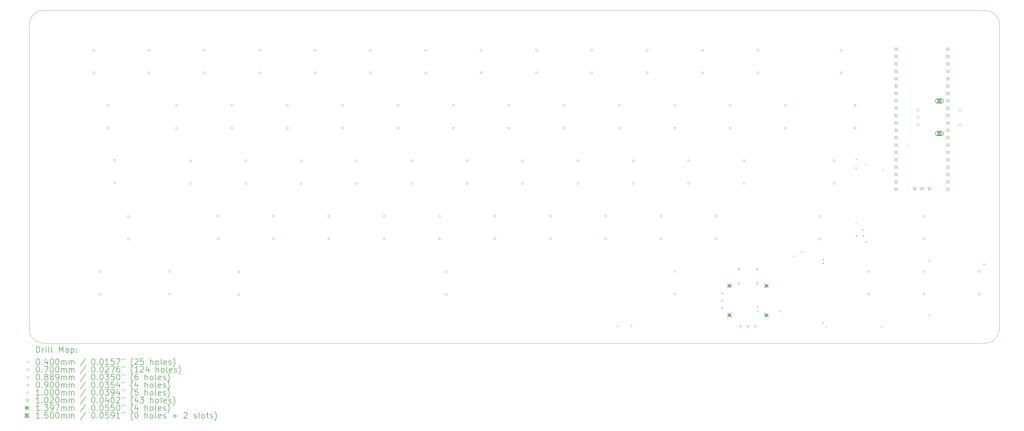
<source format=gbr>
%TF.GenerationSoftware,KiCad,Pcbnew,7.0.6*%
%TF.CreationDate,2023-09-10T15:29:36-07:00*%
%TF.ProjectId,keyjoy,6b65796a-6f79-42e6-9b69-6361645f7063,rev?*%
%TF.SameCoordinates,Original*%
%TF.FileFunction,Drillmap*%
%TF.FilePolarity,Positive*%
%FSLAX45Y45*%
G04 Gerber Fmt 4.5, Leading zero omitted, Abs format (unit mm)*
G04 Created by KiCad (PCBNEW 7.0.6) date 2023-09-10 15:29:36*
%MOMM*%
%LPD*%
G01*
G04 APERTURE LIST*
%ADD10C,0.100000*%
%ADD11C,0.200000*%
%ADD12C,0.040000*%
%ADD13C,0.070000*%
%ADD14C,0.088900*%
%ADD15C,0.090000*%
%ADD16C,0.102000*%
%ADD17C,0.139700*%
%ADD18C,0.150000*%
G04 APERTURE END LIST*
D10*
X14925005Y-26136365D02*
G75*
G03*
X15425009Y-26636365I500005J5D01*
G01*
X48310008Y-15669852D02*
G75*
G03*
X47810009Y-15169852I-499998J2D01*
G01*
D11*
X14925009Y-15479733D02*
G75*
G03*
X14925009Y-15479733I0J0D01*
G01*
D10*
X15425009Y-15169852D02*
X47810009Y-15169852D01*
X47810009Y-26636365D02*
X15425009Y-26636365D01*
X48310009Y-15669852D02*
X48310009Y-26136365D01*
X14925009Y-26136365D02*
X14925009Y-15669852D01*
X47810009Y-26636369D02*
G75*
G03*
X48310009Y-26136365I-9J500009D01*
G01*
D11*
X14925009Y-26004733D02*
G75*
G03*
X14925009Y-26004733I0J0D01*
G01*
D10*
X15425009Y-15169849D02*
G75*
G03*
X14925009Y-15669852I1J-500001D01*
G01*
D11*
X48310009Y-26004733D02*
G75*
G03*
X48310009Y-26004733I0J0D01*
G01*
X48310009Y-15479733D02*
G75*
G03*
X48310009Y-15479733I0J0D01*
G01*
D12*
X35152299Y-26022087D02*
X35192299Y-26062087D01*
X35192299Y-26022087D02*
X35152299Y-26062087D01*
X35631087Y-26013681D02*
X35671087Y-26053681D01*
X35671087Y-26013681D02*
X35631087Y-26053681D01*
X39963359Y-25507727D02*
X40003359Y-25547727D01*
X40003359Y-25507727D02*
X39963359Y-25547727D01*
X39965949Y-25352007D02*
X40005949Y-25392007D01*
X40005949Y-25352007D02*
X39965949Y-25392007D01*
X40743660Y-25505691D02*
X40783660Y-25545691D01*
X40783660Y-25505691D02*
X40743660Y-25545691D01*
X41221723Y-23617850D02*
X41261723Y-23657850D01*
X41261723Y-23617850D02*
X41221723Y-23657850D01*
X41477299Y-23472339D02*
X41517299Y-23512339D01*
X41517299Y-23472339D02*
X41477299Y-23512339D01*
X42216957Y-25914940D02*
X42256957Y-25954940D01*
X42256957Y-25914940D02*
X42216957Y-25954940D01*
X42221902Y-23738362D02*
X42261902Y-23778362D01*
X42261902Y-23738362D02*
X42221902Y-23778362D01*
X42224567Y-23858222D02*
X42264567Y-23898222D01*
X42264567Y-23858222D02*
X42224567Y-23898222D01*
X42338610Y-26042489D02*
X42378610Y-26082489D01*
X42378610Y-26042489D02*
X42338610Y-26082489D01*
X43354427Y-22477033D02*
X43394427Y-22517033D01*
X43394427Y-22477033D02*
X43354427Y-22517033D01*
X43355010Y-20574820D02*
X43395010Y-20614820D01*
X43395010Y-20574820D02*
X43355010Y-20614820D01*
X43364949Y-22909344D02*
X43404949Y-22949344D01*
X43404949Y-22909344D02*
X43364949Y-22949344D01*
X43367156Y-20270085D02*
X43407156Y-20310085D01*
X43407156Y-20270085D02*
X43367156Y-20310085D01*
X43581735Y-22710386D02*
X43621735Y-22750386D01*
X43621735Y-22710386D02*
X43581735Y-22750386D01*
X43609563Y-22909137D02*
X43649563Y-22949137D01*
X43649563Y-22909137D02*
X43609563Y-22949137D01*
X43692967Y-23126456D02*
X43732967Y-23166456D01*
X43732967Y-23126456D02*
X43692967Y-23166456D01*
X43702018Y-20471911D02*
X43742018Y-20511911D01*
X43742018Y-20471911D02*
X43702018Y-20511911D01*
X44228979Y-26035769D02*
X44268979Y-26075769D01*
X44268979Y-26035769D02*
X44228979Y-26075769D01*
X44278647Y-20651934D02*
X44318647Y-20691934D01*
X44318647Y-20651934D02*
X44278647Y-20691934D01*
X45114992Y-19792901D02*
X45154992Y-19832901D01*
X45154992Y-19792901D02*
X45114992Y-19832901D01*
X45877128Y-23776013D02*
X45917128Y-23816013D01*
X45917128Y-23776013D02*
X45877128Y-23816013D01*
X45877158Y-25649115D02*
X45917158Y-25689115D01*
X45917158Y-25649115D02*
X45877158Y-25689115D01*
X47763159Y-23891529D02*
X47803159Y-23931529D01*
X47803159Y-23891529D02*
X47763159Y-23931529D01*
D13*
X17173509Y-16540233D02*
G75*
G03*
X17173509Y-16540233I-35000J0D01*
G01*
X17173509Y-17320233D02*
G75*
G03*
X17173509Y-17320233I-35000J0D01*
G01*
X17408471Y-24168723D02*
G75*
G03*
X17408471Y-24168723I-35000J0D01*
G01*
X17408471Y-24948723D02*
G75*
G03*
X17408471Y-24948723I-35000J0D01*
G01*
X17662494Y-18437688D02*
G75*
G03*
X17662494Y-18437688I-35000J0D01*
G01*
X17662494Y-19217688D02*
G75*
G03*
X17662494Y-19217688I-35000J0D01*
G01*
X17898250Y-20329329D02*
G75*
G03*
X17898250Y-20329329I-35000J0D01*
G01*
X17898250Y-21109329D02*
G75*
G03*
X17898250Y-21109329I-35000J0D01*
G01*
X18364864Y-22267141D02*
G75*
G03*
X18364864Y-22267141I-35000J0D01*
G01*
X18364864Y-23047141D02*
G75*
G03*
X18364864Y-23047141I-35000J0D01*
G01*
X19078509Y-16540233D02*
G75*
G03*
X19078509Y-16540233I-35000J0D01*
G01*
X19078509Y-17320233D02*
G75*
G03*
X19078509Y-17320233I-35000J0D01*
G01*
X19788412Y-24158929D02*
G75*
G03*
X19788412Y-24158929I-35000J0D01*
G01*
X19788412Y-24938929D02*
G75*
G03*
X19788412Y-24938929I-35000J0D01*
G01*
X20031009Y-18445233D02*
G75*
G03*
X20031009Y-18445233I-35000J0D01*
G01*
X20031009Y-19225233D02*
G75*
G03*
X20031009Y-19225233I-35000J0D01*
G01*
X20507259Y-20350233D02*
G75*
G03*
X20507259Y-20350233I-35000J0D01*
G01*
X20507259Y-21130233D02*
G75*
G03*
X20507259Y-21130233I-35000J0D01*
G01*
X20983509Y-16540233D02*
G75*
G03*
X20983509Y-16540233I-35000J0D01*
G01*
X20983509Y-17320233D02*
G75*
G03*
X20983509Y-17320233I-35000J0D01*
G01*
X21459759Y-22255233D02*
G75*
G03*
X21459759Y-22255233I-35000J0D01*
G01*
X21459759Y-23035233D02*
G75*
G03*
X21459759Y-23035233I-35000J0D01*
G01*
X21936009Y-18445233D02*
G75*
G03*
X21936009Y-18445233I-35000J0D01*
G01*
X21936009Y-19225233D02*
G75*
G03*
X21936009Y-19225233I-35000J0D01*
G01*
X22168354Y-24177817D02*
G75*
G03*
X22168354Y-24177817I-35000J0D01*
G01*
X22168354Y-24957817D02*
G75*
G03*
X22168354Y-24957817I-35000J0D01*
G01*
X22412259Y-20350233D02*
G75*
G03*
X22412259Y-20350233I-35000J0D01*
G01*
X22412259Y-21130233D02*
G75*
G03*
X22412259Y-21130233I-35000J0D01*
G01*
X22888509Y-16540233D02*
G75*
G03*
X22888509Y-16540233I-35000J0D01*
G01*
X22888509Y-17320233D02*
G75*
G03*
X22888509Y-17320233I-35000J0D01*
G01*
X23364759Y-22255233D02*
G75*
G03*
X23364759Y-22255233I-35000J0D01*
G01*
X23364759Y-23035233D02*
G75*
G03*
X23364759Y-23035233I-35000J0D01*
G01*
X23841009Y-18445233D02*
G75*
G03*
X23841009Y-18445233I-35000J0D01*
G01*
X23841009Y-19225233D02*
G75*
G03*
X23841009Y-19225233I-35000J0D01*
G01*
X24317259Y-20350233D02*
G75*
G03*
X24317259Y-20350233I-35000J0D01*
G01*
X24317259Y-21130233D02*
G75*
G03*
X24317259Y-21130233I-35000J0D01*
G01*
X24793509Y-16540233D02*
G75*
G03*
X24793509Y-16540233I-35000J0D01*
G01*
X24793509Y-17320233D02*
G75*
G03*
X24793509Y-17320233I-35000J0D01*
G01*
X25269759Y-22255233D02*
G75*
G03*
X25269759Y-22255233I-35000J0D01*
G01*
X25269759Y-23035233D02*
G75*
G03*
X25269759Y-23035233I-35000J0D01*
G01*
X25746009Y-18445233D02*
G75*
G03*
X25746009Y-18445233I-35000J0D01*
G01*
X25746009Y-19225233D02*
G75*
G03*
X25746009Y-19225233I-35000J0D01*
G01*
X26222259Y-20350233D02*
G75*
G03*
X26222259Y-20350233I-35000J0D01*
G01*
X26222259Y-21130233D02*
G75*
G03*
X26222259Y-21130233I-35000J0D01*
G01*
X26698509Y-16540233D02*
G75*
G03*
X26698509Y-16540233I-35000J0D01*
G01*
X26698509Y-17320233D02*
G75*
G03*
X26698509Y-17320233I-35000J0D01*
G01*
X27174759Y-22255233D02*
G75*
G03*
X27174759Y-22255233I-35000J0D01*
G01*
X27174759Y-23035233D02*
G75*
G03*
X27174759Y-23035233I-35000J0D01*
G01*
X27651009Y-18445233D02*
G75*
G03*
X27651009Y-18445233I-35000J0D01*
G01*
X27651009Y-19225233D02*
G75*
G03*
X27651009Y-19225233I-35000J0D01*
G01*
X28127259Y-20350233D02*
G75*
G03*
X28127259Y-20350233I-35000J0D01*
G01*
X28127259Y-21130233D02*
G75*
G03*
X28127259Y-21130233I-35000J0D01*
G01*
X28603509Y-16540233D02*
G75*
G03*
X28603509Y-16540233I-35000J0D01*
G01*
X28603509Y-17320233D02*
G75*
G03*
X28603509Y-17320233I-35000J0D01*
G01*
X29079759Y-22255233D02*
G75*
G03*
X29079759Y-22255233I-35000J0D01*
G01*
X29079759Y-23035233D02*
G75*
G03*
X29079759Y-23035233I-35000J0D01*
G01*
X29310933Y-24171127D02*
G75*
G03*
X29310933Y-24171127I-35000J0D01*
G01*
X29310933Y-24951127D02*
G75*
G03*
X29310933Y-24951127I-35000J0D01*
G01*
X29556009Y-18445233D02*
G75*
G03*
X29556009Y-18445233I-35000J0D01*
G01*
X29556009Y-19225233D02*
G75*
G03*
X29556009Y-19225233I-35000J0D01*
G01*
X30032259Y-20350233D02*
G75*
G03*
X30032259Y-20350233I-35000J0D01*
G01*
X30032259Y-21130233D02*
G75*
G03*
X30032259Y-21130233I-35000J0D01*
G01*
X30508509Y-16540233D02*
G75*
G03*
X30508509Y-16540233I-35000J0D01*
G01*
X30508509Y-17320233D02*
G75*
G03*
X30508509Y-17320233I-35000J0D01*
G01*
X30984759Y-22255233D02*
G75*
G03*
X30984759Y-22255233I-35000J0D01*
G01*
X30984759Y-23035233D02*
G75*
G03*
X30984759Y-23035233I-35000J0D01*
G01*
X31461009Y-18445233D02*
G75*
G03*
X31461009Y-18445233I-35000J0D01*
G01*
X31461009Y-19225233D02*
G75*
G03*
X31461009Y-19225233I-35000J0D01*
G01*
X31937259Y-20350233D02*
G75*
G03*
X31937259Y-20350233I-35000J0D01*
G01*
X31937259Y-21130233D02*
G75*
G03*
X31937259Y-21130233I-35000J0D01*
G01*
X32413509Y-16540233D02*
G75*
G03*
X32413509Y-16540233I-35000J0D01*
G01*
X32413509Y-17320233D02*
G75*
G03*
X32413509Y-17320233I-35000J0D01*
G01*
X32889759Y-22255233D02*
G75*
G03*
X32889759Y-22255233I-35000J0D01*
G01*
X32889759Y-23035233D02*
G75*
G03*
X32889759Y-23035233I-35000J0D01*
G01*
X33366009Y-18445233D02*
G75*
G03*
X33366009Y-18445233I-35000J0D01*
G01*
X33366009Y-19225233D02*
G75*
G03*
X33366009Y-19225233I-35000J0D01*
G01*
X33842259Y-20350233D02*
G75*
G03*
X33842259Y-20350233I-35000J0D01*
G01*
X33842259Y-21130233D02*
G75*
G03*
X33842259Y-21130233I-35000J0D01*
G01*
X34318509Y-16540233D02*
G75*
G03*
X34318509Y-16540233I-35000J0D01*
G01*
X34318509Y-17320233D02*
G75*
G03*
X34318509Y-17320233I-35000J0D01*
G01*
X34794759Y-22255233D02*
G75*
G03*
X34794759Y-22255233I-35000J0D01*
G01*
X34794759Y-23035233D02*
G75*
G03*
X34794759Y-23035233I-35000J0D01*
G01*
X35271009Y-18445233D02*
G75*
G03*
X35271009Y-18445233I-35000J0D01*
G01*
X35271009Y-19225233D02*
G75*
G03*
X35271009Y-19225233I-35000J0D01*
G01*
X35747259Y-20350233D02*
G75*
G03*
X35747259Y-20350233I-35000J0D01*
G01*
X35747259Y-21130233D02*
G75*
G03*
X35747259Y-21130233I-35000J0D01*
G01*
X36223509Y-16540233D02*
G75*
G03*
X36223509Y-16540233I-35000J0D01*
G01*
X36223509Y-17320233D02*
G75*
G03*
X36223509Y-17320233I-35000J0D01*
G01*
X36699759Y-22255233D02*
G75*
G03*
X36699759Y-22255233I-35000J0D01*
G01*
X36699759Y-23035233D02*
G75*
G03*
X36699759Y-23035233I-35000J0D01*
G01*
X37176009Y-18445233D02*
G75*
G03*
X37176009Y-18445233I-35000J0D01*
G01*
X37176009Y-19225233D02*
G75*
G03*
X37176009Y-19225233I-35000J0D01*
G01*
X37176009Y-24160233D02*
G75*
G03*
X37176009Y-24160233I-35000J0D01*
G01*
X37176009Y-24940233D02*
G75*
G03*
X37176009Y-24940233I-35000J0D01*
G01*
X37652259Y-20350233D02*
G75*
G03*
X37652259Y-20350233I-35000J0D01*
G01*
X37652259Y-21130233D02*
G75*
G03*
X37652259Y-21130233I-35000J0D01*
G01*
X38128509Y-16540233D02*
G75*
G03*
X38128509Y-16540233I-35000J0D01*
G01*
X38128509Y-17320233D02*
G75*
G03*
X38128509Y-17320233I-35000J0D01*
G01*
X38604759Y-22255233D02*
G75*
G03*
X38604759Y-22255233I-35000J0D01*
G01*
X38604759Y-23035233D02*
G75*
G03*
X38604759Y-23035233I-35000J0D01*
G01*
X39081009Y-18445233D02*
G75*
G03*
X39081009Y-18445233I-35000J0D01*
G01*
X39081009Y-19225233D02*
G75*
G03*
X39081009Y-19225233I-35000J0D01*
G01*
X39557259Y-20350233D02*
G75*
G03*
X39557259Y-20350233I-35000J0D01*
G01*
X39557259Y-21130233D02*
G75*
G03*
X39557259Y-21130233I-35000J0D01*
G01*
X40033509Y-16540233D02*
G75*
G03*
X40033509Y-16540233I-35000J0D01*
G01*
X40033509Y-17320233D02*
G75*
G03*
X40033509Y-17320233I-35000J0D01*
G01*
X40986009Y-18445233D02*
G75*
G03*
X40986009Y-18445233I-35000J0D01*
G01*
X40986009Y-19225233D02*
G75*
G03*
X40986009Y-19225233I-35000J0D01*
G01*
X42157947Y-22265757D02*
G75*
G03*
X42157947Y-22265757I-35000J0D01*
G01*
X42157947Y-23045757D02*
G75*
G03*
X42157947Y-23045757I-35000J0D01*
G01*
X42659889Y-20344268D02*
G75*
G03*
X42659889Y-20344268I-35000J0D01*
G01*
X42659889Y-21124268D02*
G75*
G03*
X42659889Y-21124268I-35000J0D01*
G01*
X42897276Y-16543963D02*
G75*
G03*
X42897276Y-16543963I-35000J0D01*
G01*
X42897276Y-17323964D02*
G75*
G03*
X42897276Y-17323964I-35000J0D01*
G01*
X43377882Y-18441900D02*
G75*
G03*
X43377882Y-18441900I-35000J0D01*
G01*
X43377882Y-19221900D02*
G75*
G03*
X43377882Y-19221900I-35000J0D01*
G01*
X43843509Y-24160233D02*
G75*
G03*
X43843509Y-24160233I-35000J0D01*
G01*
X43843509Y-24940233D02*
G75*
G03*
X43843509Y-24940233I-35000J0D01*
G01*
X45748509Y-22255233D02*
G75*
G03*
X45748509Y-22255233I-35000J0D01*
G01*
X45748509Y-23035233D02*
G75*
G03*
X45748509Y-23035233I-35000J0D01*
G01*
X45748509Y-24160233D02*
G75*
G03*
X45748509Y-24160233I-35000J0D01*
G01*
X45748509Y-24940233D02*
G75*
G03*
X45748509Y-24940233I-35000J0D01*
G01*
X47653509Y-24160233D02*
G75*
G03*
X47653509Y-24160233I-35000J0D01*
G01*
X47653509Y-24940233D02*
G75*
G03*
X47653509Y-24940233I-35000J0D01*
G01*
D14*
X38766124Y-25118002D02*
X38766124Y-25206902D01*
X38721674Y-25162452D02*
X38810574Y-25162452D01*
X38766124Y-25372002D02*
X38766124Y-25460902D01*
X38721674Y-25416452D02*
X38810574Y-25416452D01*
X38767624Y-24865482D02*
X38767624Y-24954382D01*
X38723174Y-24909932D02*
X38812074Y-24909932D01*
X39404124Y-26007002D02*
X39404124Y-26095902D01*
X39359674Y-26051452D02*
X39448574Y-26051452D01*
X39658124Y-26009002D02*
X39658124Y-26097902D01*
X39613674Y-26053452D02*
X39702574Y-26053452D01*
X39912124Y-26007002D02*
X39912124Y-26095902D01*
X39867674Y-26051452D02*
X39956574Y-26051452D01*
D15*
X39370944Y-24114272D02*
X39370944Y-24050632D01*
X39307303Y-24050632D01*
X39307303Y-24114272D01*
X39370944Y-24114272D01*
X39370944Y-24608272D02*
X39370944Y-24544632D01*
X39307303Y-24544632D01*
X39307303Y-24608272D01*
X39370944Y-24608272D01*
X40005944Y-24116252D02*
X40005944Y-24052612D01*
X39942303Y-24052612D01*
X39942303Y-24116252D01*
X40005944Y-24116252D01*
X40006944Y-24610272D02*
X40006944Y-24546632D01*
X39943303Y-24546632D01*
X39943303Y-24610272D01*
X40006944Y-24610272D01*
D10*
X45496135Y-18650086D02*
X45546135Y-18600086D01*
X45496135Y-18550086D01*
X45446135Y-18600086D01*
X45496135Y-18650086D01*
X45496135Y-18900086D02*
X45546135Y-18850086D01*
X45496135Y-18800086D01*
X45446135Y-18850086D01*
X45496135Y-18900086D01*
X45496135Y-19150086D02*
X45546135Y-19100086D01*
X45496135Y-19050086D01*
X45446135Y-19100086D01*
X45496135Y-19150086D01*
X46946135Y-18650086D02*
X46996135Y-18600086D01*
X46946135Y-18550086D01*
X46896135Y-18600086D01*
X46946135Y-18650086D01*
X46946135Y-19150086D02*
X46996135Y-19100086D01*
X46946135Y-19050086D01*
X46896135Y-19100086D01*
X46946135Y-19150086D01*
D16*
X44706542Y-16455205D02*
X44808542Y-16557205D01*
X44808542Y-16455205D02*
X44706542Y-16557205D01*
X44808542Y-16506205D02*
G75*
G03*
X44808542Y-16506205I-51000J0D01*
G01*
X44706542Y-16709205D02*
X44808542Y-16811205D01*
X44808542Y-16709205D02*
X44706542Y-16811205D01*
X44808542Y-16760205D02*
G75*
G03*
X44808542Y-16760205I-51000J0D01*
G01*
X44706542Y-16963205D02*
X44808542Y-17065205D01*
X44808542Y-16963205D02*
X44706542Y-17065205D01*
X44808542Y-17014205D02*
G75*
G03*
X44808542Y-17014205I-51000J0D01*
G01*
X44706542Y-17217205D02*
X44808542Y-17319205D01*
X44808542Y-17217205D02*
X44706542Y-17319205D01*
X44808542Y-17268205D02*
G75*
G03*
X44808542Y-17268205I-51000J0D01*
G01*
X44706542Y-17471205D02*
X44808542Y-17573205D01*
X44808542Y-17471205D02*
X44706542Y-17573205D01*
X44808542Y-17522205D02*
G75*
G03*
X44808542Y-17522205I-51000J0D01*
G01*
X44706542Y-17725205D02*
X44808542Y-17827205D01*
X44808542Y-17725205D02*
X44706542Y-17827205D01*
X44808542Y-17776205D02*
G75*
G03*
X44808542Y-17776205I-51000J0D01*
G01*
X44706542Y-17979205D02*
X44808542Y-18081205D01*
X44808542Y-17979205D02*
X44706542Y-18081205D01*
X44808542Y-18030205D02*
G75*
G03*
X44808542Y-18030205I-51000J0D01*
G01*
X44706542Y-18233205D02*
X44808542Y-18335205D01*
X44808542Y-18233205D02*
X44706542Y-18335205D01*
X44808542Y-18284205D02*
G75*
G03*
X44808542Y-18284205I-51000J0D01*
G01*
X44706542Y-18487205D02*
X44808542Y-18589205D01*
X44808542Y-18487205D02*
X44706542Y-18589205D01*
X44808542Y-18538205D02*
G75*
G03*
X44808542Y-18538205I-51000J0D01*
G01*
X44706542Y-18741205D02*
X44808542Y-18843205D01*
X44808542Y-18741205D02*
X44706542Y-18843205D01*
X44808542Y-18792205D02*
G75*
G03*
X44808542Y-18792205I-51000J0D01*
G01*
X44706542Y-18995205D02*
X44808542Y-19097205D01*
X44808542Y-18995205D02*
X44706542Y-19097205D01*
X44808542Y-19046205D02*
G75*
G03*
X44808542Y-19046205I-51000J0D01*
G01*
X44706542Y-19249205D02*
X44808542Y-19351205D01*
X44808542Y-19249205D02*
X44706542Y-19351205D01*
X44808542Y-19300205D02*
G75*
G03*
X44808542Y-19300205I-51000J0D01*
G01*
X44706542Y-19503205D02*
X44808542Y-19605205D01*
X44808542Y-19503205D02*
X44706542Y-19605205D01*
X44808542Y-19554205D02*
G75*
G03*
X44808542Y-19554205I-51000J0D01*
G01*
X44706542Y-19757205D02*
X44808542Y-19859205D01*
X44808542Y-19757205D02*
X44706542Y-19859205D01*
X44808542Y-19808205D02*
G75*
G03*
X44808542Y-19808205I-51000J0D01*
G01*
X44706542Y-20011205D02*
X44808542Y-20113205D01*
X44808542Y-20011205D02*
X44706542Y-20113205D01*
X44808542Y-20062205D02*
G75*
G03*
X44808542Y-20062205I-51000J0D01*
G01*
X44706542Y-20265205D02*
X44808542Y-20367205D01*
X44808542Y-20265205D02*
X44706542Y-20367205D01*
X44808542Y-20316205D02*
G75*
G03*
X44808542Y-20316205I-51000J0D01*
G01*
X44706542Y-20519205D02*
X44808542Y-20621205D01*
X44808542Y-20519205D02*
X44706542Y-20621205D01*
X44808542Y-20570205D02*
G75*
G03*
X44808542Y-20570205I-51000J0D01*
G01*
X44706542Y-20773205D02*
X44808542Y-20875205D01*
X44808542Y-20773205D02*
X44706542Y-20875205D01*
X44808542Y-20824205D02*
G75*
G03*
X44808542Y-20824205I-51000J0D01*
G01*
X44706542Y-21027205D02*
X44808542Y-21129205D01*
X44808542Y-21027205D02*
X44706542Y-21129205D01*
X44808542Y-21078205D02*
G75*
G03*
X44808542Y-21078205I-51000J0D01*
G01*
X44706542Y-21281205D02*
X44808542Y-21383205D01*
X44808542Y-21281205D02*
X44706542Y-21383205D01*
X44808542Y-21332205D02*
G75*
G03*
X44808542Y-21332205I-51000J0D01*
G01*
X45341542Y-21258205D02*
X45443542Y-21360205D01*
X45443542Y-21258205D02*
X45341542Y-21360205D01*
X45443542Y-21309205D02*
G75*
G03*
X45443542Y-21309205I-51000J0D01*
G01*
X45595542Y-21258205D02*
X45697542Y-21360205D01*
X45697542Y-21258205D02*
X45595542Y-21360205D01*
X45697542Y-21309205D02*
G75*
G03*
X45697542Y-21309205I-51000J0D01*
G01*
X45849542Y-21258205D02*
X45951542Y-21360205D01*
X45951542Y-21258205D02*
X45849542Y-21360205D01*
X45951542Y-21309205D02*
G75*
G03*
X45951542Y-21309205I-51000J0D01*
G01*
X46484542Y-16455205D02*
X46586542Y-16557205D01*
X46586542Y-16455205D02*
X46484542Y-16557205D01*
X46586542Y-16506205D02*
G75*
G03*
X46586542Y-16506205I-51000J0D01*
G01*
X46484542Y-16709205D02*
X46586542Y-16811205D01*
X46586542Y-16709205D02*
X46484542Y-16811205D01*
X46586542Y-16760205D02*
G75*
G03*
X46586542Y-16760205I-51000J0D01*
G01*
X46484542Y-16963205D02*
X46586542Y-17065205D01*
X46586542Y-16963205D02*
X46484542Y-17065205D01*
X46586542Y-17014205D02*
G75*
G03*
X46586542Y-17014205I-51000J0D01*
G01*
X46484542Y-17217205D02*
X46586542Y-17319205D01*
X46586542Y-17217205D02*
X46484542Y-17319205D01*
X46586542Y-17268205D02*
G75*
G03*
X46586542Y-17268205I-51000J0D01*
G01*
X46484542Y-17471205D02*
X46586542Y-17573205D01*
X46586542Y-17471205D02*
X46484542Y-17573205D01*
X46586542Y-17522205D02*
G75*
G03*
X46586542Y-17522205I-51000J0D01*
G01*
X46484542Y-17725205D02*
X46586542Y-17827205D01*
X46586542Y-17725205D02*
X46484542Y-17827205D01*
X46586542Y-17776205D02*
G75*
G03*
X46586542Y-17776205I-51000J0D01*
G01*
X46484542Y-17979205D02*
X46586542Y-18081205D01*
X46586542Y-17979205D02*
X46484542Y-18081205D01*
X46586542Y-18030205D02*
G75*
G03*
X46586542Y-18030205I-51000J0D01*
G01*
X46484542Y-18233205D02*
X46586542Y-18335205D01*
X46586542Y-18233205D02*
X46484542Y-18335205D01*
X46586542Y-18284205D02*
G75*
G03*
X46586542Y-18284205I-51000J0D01*
G01*
X46484542Y-18487205D02*
X46586542Y-18589205D01*
X46586542Y-18487205D02*
X46484542Y-18589205D01*
X46586542Y-18538205D02*
G75*
G03*
X46586542Y-18538205I-51000J0D01*
G01*
X46484542Y-18741205D02*
X46586542Y-18843205D01*
X46586542Y-18741205D02*
X46484542Y-18843205D01*
X46586542Y-18792205D02*
G75*
G03*
X46586542Y-18792205I-51000J0D01*
G01*
X46484542Y-18995205D02*
X46586542Y-19097205D01*
X46586542Y-18995205D02*
X46484542Y-19097205D01*
X46586542Y-19046205D02*
G75*
G03*
X46586542Y-19046205I-51000J0D01*
G01*
X46484542Y-19249205D02*
X46586542Y-19351205D01*
X46586542Y-19249205D02*
X46484542Y-19351205D01*
X46586542Y-19300205D02*
G75*
G03*
X46586542Y-19300205I-51000J0D01*
G01*
X46484542Y-19503205D02*
X46586542Y-19605205D01*
X46586542Y-19503205D02*
X46484542Y-19605205D01*
X46586542Y-19554205D02*
G75*
G03*
X46586542Y-19554205I-51000J0D01*
G01*
X46484542Y-19757205D02*
X46586542Y-19859205D01*
X46586542Y-19757205D02*
X46484542Y-19859205D01*
X46586542Y-19808205D02*
G75*
G03*
X46586542Y-19808205I-51000J0D01*
G01*
X46484542Y-20011205D02*
X46586542Y-20113205D01*
X46586542Y-20011205D02*
X46484542Y-20113205D01*
X46586542Y-20062205D02*
G75*
G03*
X46586542Y-20062205I-51000J0D01*
G01*
X46484542Y-20265205D02*
X46586542Y-20367205D01*
X46586542Y-20265205D02*
X46484542Y-20367205D01*
X46586542Y-20316205D02*
G75*
G03*
X46586542Y-20316205I-51000J0D01*
G01*
X46484542Y-20519205D02*
X46586542Y-20621205D01*
X46586542Y-20519205D02*
X46484542Y-20621205D01*
X46586542Y-20570205D02*
G75*
G03*
X46586542Y-20570205I-51000J0D01*
G01*
X46484542Y-20773205D02*
X46586542Y-20875205D01*
X46586542Y-20773205D02*
X46484542Y-20875205D01*
X46586542Y-20824205D02*
G75*
G03*
X46586542Y-20824205I-51000J0D01*
G01*
X46484542Y-21027205D02*
X46586542Y-21129205D01*
X46586542Y-21027205D02*
X46484542Y-21129205D01*
X46586542Y-21078205D02*
G75*
G03*
X46586542Y-21078205I-51000J0D01*
G01*
X46484542Y-21281205D02*
X46586542Y-21383205D01*
X46586542Y-21281205D02*
X46484542Y-21383205D01*
X46586542Y-21332205D02*
G75*
G03*
X46586542Y-21332205I-51000J0D01*
G01*
D17*
X38951774Y-24587602D02*
X39091474Y-24727302D01*
X39091474Y-24587602D02*
X38951774Y-24727302D01*
X39021624Y-24587602D02*
X39021624Y-24727302D01*
X38951774Y-24657452D02*
X39091474Y-24657452D01*
X38951774Y-25600602D02*
X39091474Y-25740302D01*
X39091474Y-25600602D02*
X38951774Y-25740302D01*
X39021624Y-25600602D02*
X39021624Y-25740302D01*
X38951774Y-25670452D02*
X39091474Y-25670452D01*
X40221774Y-24586082D02*
X40361474Y-24725782D01*
X40361474Y-24586082D02*
X40221774Y-24725782D01*
X40291624Y-24586082D02*
X40291624Y-24725782D01*
X40221774Y-24655932D02*
X40361474Y-24655932D01*
X40221774Y-25602082D02*
X40361474Y-25741782D01*
X40361474Y-25602082D02*
X40221774Y-25741782D01*
X40291624Y-25602082D02*
X40291624Y-25741782D01*
X40221774Y-25671932D02*
X40361474Y-25671932D01*
D18*
X46171135Y-18215086D02*
X46321135Y-18365086D01*
X46321135Y-18215086D02*
X46171135Y-18365086D01*
X46299168Y-18343120D02*
X46299168Y-18237053D01*
X46193101Y-18237053D01*
X46193101Y-18343120D01*
X46299168Y-18343120D01*
D11*
X46181135Y-18365086D02*
X46311135Y-18365086D01*
X46311135Y-18365086D02*
G75*
G03*
X46311135Y-18215086I0J75000D01*
G01*
X46311135Y-18215086D02*
X46181135Y-18215086D01*
X46181135Y-18215086D02*
G75*
G03*
X46181135Y-18365086I0J-75000D01*
G01*
D18*
X46171135Y-19335086D02*
X46321135Y-19485086D01*
X46321135Y-19335086D02*
X46171135Y-19485086D01*
X46299168Y-19463120D02*
X46299168Y-19357053D01*
X46193101Y-19357053D01*
X46193101Y-19463120D01*
X46299168Y-19463120D01*
D11*
X46181135Y-19485086D02*
X46311135Y-19485086D01*
X46311135Y-19485086D02*
G75*
G03*
X46311135Y-19335086I0J75000D01*
G01*
X46311135Y-19335086D02*
X46181135Y-19335086D01*
X46181135Y-19335086D02*
G75*
G03*
X46181135Y-19485086I0J-75000D01*
G01*
X15175786Y-26952849D02*
X15175786Y-26752849D01*
X15175786Y-26752849D02*
X15223405Y-26752849D01*
X15223405Y-26752849D02*
X15251976Y-26762372D01*
X15251976Y-26762372D02*
X15271024Y-26781420D01*
X15271024Y-26781420D02*
X15280548Y-26800468D01*
X15280548Y-26800468D02*
X15290071Y-26838563D01*
X15290071Y-26838563D02*
X15290071Y-26867134D01*
X15290071Y-26867134D02*
X15280548Y-26905230D01*
X15280548Y-26905230D02*
X15271024Y-26924277D01*
X15271024Y-26924277D02*
X15251976Y-26943325D01*
X15251976Y-26943325D02*
X15223405Y-26952849D01*
X15223405Y-26952849D02*
X15175786Y-26952849D01*
X15375786Y-26952849D02*
X15375786Y-26819515D01*
X15375786Y-26857611D02*
X15385309Y-26838563D01*
X15385309Y-26838563D02*
X15394833Y-26829039D01*
X15394833Y-26829039D02*
X15413881Y-26819515D01*
X15413881Y-26819515D02*
X15432929Y-26819515D01*
X15499595Y-26952849D02*
X15499595Y-26819515D01*
X15499595Y-26752849D02*
X15490071Y-26762372D01*
X15490071Y-26762372D02*
X15499595Y-26771896D01*
X15499595Y-26771896D02*
X15509119Y-26762372D01*
X15509119Y-26762372D02*
X15499595Y-26752849D01*
X15499595Y-26752849D02*
X15499595Y-26771896D01*
X15623405Y-26952849D02*
X15604357Y-26943325D01*
X15604357Y-26943325D02*
X15594833Y-26924277D01*
X15594833Y-26924277D02*
X15594833Y-26752849D01*
X15728167Y-26952849D02*
X15709119Y-26943325D01*
X15709119Y-26943325D02*
X15699595Y-26924277D01*
X15699595Y-26924277D02*
X15699595Y-26752849D01*
X15956738Y-26952849D02*
X15956738Y-26752849D01*
X15956738Y-26752849D02*
X16023405Y-26895706D01*
X16023405Y-26895706D02*
X16090071Y-26752849D01*
X16090071Y-26752849D02*
X16090071Y-26952849D01*
X16271024Y-26952849D02*
X16271024Y-26848087D01*
X16271024Y-26848087D02*
X16261500Y-26829039D01*
X16261500Y-26829039D02*
X16242452Y-26819515D01*
X16242452Y-26819515D02*
X16204357Y-26819515D01*
X16204357Y-26819515D02*
X16185309Y-26829039D01*
X16271024Y-26943325D02*
X16251976Y-26952849D01*
X16251976Y-26952849D02*
X16204357Y-26952849D01*
X16204357Y-26952849D02*
X16185309Y-26943325D01*
X16185309Y-26943325D02*
X16175786Y-26924277D01*
X16175786Y-26924277D02*
X16175786Y-26905230D01*
X16175786Y-26905230D02*
X16185309Y-26886182D01*
X16185309Y-26886182D02*
X16204357Y-26876658D01*
X16204357Y-26876658D02*
X16251976Y-26876658D01*
X16251976Y-26876658D02*
X16271024Y-26867134D01*
X16366262Y-26819515D02*
X16366262Y-27019515D01*
X16366262Y-26829039D02*
X16385309Y-26819515D01*
X16385309Y-26819515D02*
X16423405Y-26819515D01*
X16423405Y-26819515D02*
X16442452Y-26829039D01*
X16442452Y-26829039D02*
X16451976Y-26838563D01*
X16451976Y-26838563D02*
X16461500Y-26857611D01*
X16461500Y-26857611D02*
X16461500Y-26914753D01*
X16461500Y-26914753D02*
X16451976Y-26933801D01*
X16451976Y-26933801D02*
X16442452Y-26943325D01*
X16442452Y-26943325D02*
X16423405Y-26952849D01*
X16423405Y-26952849D02*
X16385309Y-26952849D01*
X16385309Y-26952849D02*
X16366262Y-26943325D01*
X16547214Y-26933801D02*
X16556738Y-26943325D01*
X16556738Y-26943325D02*
X16547214Y-26952849D01*
X16547214Y-26952849D02*
X16537690Y-26943325D01*
X16537690Y-26943325D02*
X16547214Y-26933801D01*
X16547214Y-26933801D02*
X16547214Y-26952849D01*
X16547214Y-26829039D02*
X16556738Y-26838563D01*
X16556738Y-26838563D02*
X16547214Y-26848087D01*
X16547214Y-26848087D02*
X16537690Y-26838563D01*
X16537690Y-26838563D02*
X16547214Y-26829039D01*
X16547214Y-26829039D02*
X16547214Y-26848087D01*
D12*
X14875009Y-27261365D02*
X14915009Y-27301365D01*
X14915009Y-27261365D02*
X14875009Y-27301365D01*
D11*
X15213881Y-27172849D02*
X15232929Y-27172849D01*
X15232929Y-27172849D02*
X15251976Y-27182372D01*
X15251976Y-27182372D02*
X15261500Y-27191896D01*
X15261500Y-27191896D02*
X15271024Y-27210944D01*
X15271024Y-27210944D02*
X15280548Y-27249039D01*
X15280548Y-27249039D02*
X15280548Y-27296658D01*
X15280548Y-27296658D02*
X15271024Y-27334753D01*
X15271024Y-27334753D02*
X15261500Y-27353801D01*
X15261500Y-27353801D02*
X15251976Y-27363325D01*
X15251976Y-27363325D02*
X15232929Y-27372849D01*
X15232929Y-27372849D02*
X15213881Y-27372849D01*
X15213881Y-27372849D02*
X15194833Y-27363325D01*
X15194833Y-27363325D02*
X15185309Y-27353801D01*
X15185309Y-27353801D02*
X15175786Y-27334753D01*
X15175786Y-27334753D02*
X15166262Y-27296658D01*
X15166262Y-27296658D02*
X15166262Y-27249039D01*
X15166262Y-27249039D02*
X15175786Y-27210944D01*
X15175786Y-27210944D02*
X15185309Y-27191896D01*
X15185309Y-27191896D02*
X15194833Y-27182372D01*
X15194833Y-27182372D02*
X15213881Y-27172849D01*
X15366262Y-27353801D02*
X15375786Y-27363325D01*
X15375786Y-27363325D02*
X15366262Y-27372849D01*
X15366262Y-27372849D02*
X15356738Y-27363325D01*
X15356738Y-27363325D02*
X15366262Y-27353801D01*
X15366262Y-27353801D02*
X15366262Y-27372849D01*
X15547214Y-27239515D02*
X15547214Y-27372849D01*
X15499595Y-27163325D02*
X15451976Y-27306182D01*
X15451976Y-27306182D02*
X15575786Y-27306182D01*
X15690071Y-27172849D02*
X15709119Y-27172849D01*
X15709119Y-27172849D02*
X15728167Y-27182372D01*
X15728167Y-27182372D02*
X15737690Y-27191896D01*
X15737690Y-27191896D02*
X15747214Y-27210944D01*
X15747214Y-27210944D02*
X15756738Y-27249039D01*
X15756738Y-27249039D02*
X15756738Y-27296658D01*
X15756738Y-27296658D02*
X15747214Y-27334753D01*
X15747214Y-27334753D02*
X15737690Y-27353801D01*
X15737690Y-27353801D02*
X15728167Y-27363325D01*
X15728167Y-27363325D02*
X15709119Y-27372849D01*
X15709119Y-27372849D02*
X15690071Y-27372849D01*
X15690071Y-27372849D02*
X15671024Y-27363325D01*
X15671024Y-27363325D02*
X15661500Y-27353801D01*
X15661500Y-27353801D02*
X15651976Y-27334753D01*
X15651976Y-27334753D02*
X15642452Y-27296658D01*
X15642452Y-27296658D02*
X15642452Y-27249039D01*
X15642452Y-27249039D02*
X15651976Y-27210944D01*
X15651976Y-27210944D02*
X15661500Y-27191896D01*
X15661500Y-27191896D02*
X15671024Y-27182372D01*
X15671024Y-27182372D02*
X15690071Y-27172849D01*
X15880548Y-27172849D02*
X15899595Y-27172849D01*
X15899595Y-27172849D02*
X15918643Y-27182372D01*
X15918643Y-27182372D02*
X15928167Y-27191896D01*
X15928167Y-27191896D02*
X15937690Y-27210944D01*
X15937690Y-27210944D02*
X15947214Y-27249039D01*
X15947214Y-27249039D02*
X15947214Y-27296658D01*
X15947214Y-27296658D02*
X15937690Y-27334753D01*
X15937690Y-27334753D02*
X15928167Y-27353801D01*
X15928167Y-27353801D02*
X15918643Y-27363325D01*
X15918643Y-27363325D02*
X15899595Y-27372849D01*
X15899595Y-27372849D02*
X15880548Y-27372849D01*
X15880548Y-27372849D02*
X15861500Y-27363325D01*
X15861500Y-27363325D02*
X15851976Y-27353801D01*
X15851976Y-27353801D02*
X15842452Y-27334753D01*
X15842452Y-27334753D02*
X15832929Y-27296658D01*
X15832929Y-27296658D02*
X15832929Y-27249039D01*
X15832929Y-27249039D02*
X15842452Y-27210944D01*
X15842452Y-27210944D02*
X15851976Y-27191896D01*
X15851976Y-27191896D02*
X15861500Y-27182372D01*
X15861500Y-27182372D02*
X15880548Y-27172849D01*
X16032929Y-27372849D02*
X16032929Y-27239515D01*
X16032929Y-27258563D02*
X16042452Y-27249039D01*
X16042452Y-27249039D02*
X16061500Y-27239515D01*
X16061500Y-27239515D02*
X16090071Y-27239515D01*
X16090071Y-27239515D02*
X16109119Y-27249039D01*
X16109119Y-27249039D02*
X16118643Y-27268087D01*
X16118643Y-27268087D02*
X16118643Y-27372849D01*
X16118643Y-27268087D02*
X16128167Y-27249039D01*
X16128167Y-27249039D02*
X16147214Y-27239515D01*
X16147214Y-27239515D02*
X16175786Y-27239515D01*
X16175786Y-27239515D02*
X16194833Y-27249039D01*
X16194833Y-27249039D02*
X16204357Y-27268087D01*
X16204357Y-27268087D02*
X16204357Y-27372849D01*
X16299595Y-27372849D02*
X16299595Y-27239515D01*
X16299595Y-27258563D02*
X16309119Y-27249039D01*
X16309119Y-27249039D02*
X16328167Y-27239515D01*
X16328167Y-27239515D02*
X16356738Y-27239515D01*
X16356738Y-27239515D02*
X16375786Y-27249039D01*
X16375786Y-27249039D02*
X16385310Y-27268087D01*
X16385310Y-27268087D02*
X16385310Y-27372849D01*
X16385310Y-27268087D02*
X16394833Y-27249039D01*
X16394833Y-27249039D02*
X16413881Y-27239515D01*
X16413881Y-27239515D02*
X16442452Y-27239515D01*
X16442452Y-27239515D02*
X16461500Y-27249039D01*
X16461500Y-27249039D02*
X16471024Y-27268087D01*
X16471024Y-27268087D02*
X16471024Y-27372849D01*
X16861500Y-27163325D02*
X16690072Y-27420468D01*
X17118643Y-27172849D02*
X17137691Y-27172849D01*
X17137691Y-27172849D02*
X17156738Y-27182372D01*
X17156738Y-27182372D02*
X17166262Y-27191896D01*
X17166262Y-27191896D02*
X17175786Y-27210944D01*
X17175786Y-27210944D02*
X17185310Y-27249039D01*
X17185310Y-27249039D02*
X17185310Y-27296658D01*
X17185310Y-27296658D02*
X17175786Y-27334753D01*
X17175786Y-27334753D02*
X17166262Y-27353801D01*
X17166262Y-27353801D02*
X17156738Y-27363325D01*
X17156738Y-27363325D02*
X17137691Y-27372849D01*
X17137691Y-27372849D02*
X17118643Y-27372849D01*
X17118643Y-27372849D02*
X17099595Y-27363325D01*
X17099595Y-27363325D02*
X17090072Y-27353801D01*
X17090072Y-27353801D02*
X17080548Y-27334753D01*
X17080548Y-27334753D02*
X17071024Y-27296658D01*
X17071024Y-27296658D02*
X17071024Y-27249039D01*
X17071024Y-27249039D02*
X17080548Y-27210944D01*
X17080548Y-27210944D02*
X17090072Y-27191896D01*
X17090072Y-27191896D02*
X17099595Y-27182372D01*
X17099595Y-27182372D02*
X17118643Y-27172849D01*
X17271024Y-27353801D02*
X17280548Y-27363325D01*
X17280548Y-27363325D02*
X17271024Y-27372849D01*
X17271024Y-27372849D02*
X17261500Y-27363325D01*
X17261500Y-27363325D02*
X17271024Y-27353801D01*
X17271024Y-27353801D02*
X17271024Y-27372849D01*
X17404357Y-27172849D02*
X17423405Y-27172849D01*
X17423405Y-27172849D02*
X17442453Y-27182372D01*
X17442453Y-27182372D02*
X17451976Y-27191896D01*
X17451976Y-27191896D02*
X17461500Y-27210944D01*
X17461500Y-27210944D02*
X17471024Y-27249039D01*
X17471024Y-27249039D02*
X17471024Y-27296658D01*
X17471024Y-27296658D02*
X17461500Y-27334753D01*
X17461500Y-27334753D02*
X17451976Y-27353801D01*
X17451976Y-27353801D02*
X17442453Y-27363325D01*
X17442453Y-27363325D02*
X17423405Y-27372849D01*
X17423405Y-27372849D02*
X17404357Y-27372849D01*
X17404357Y-27372849D02*
X17385310Y-27363325D01*
X17385310Y-27363325D02*
X17375786Y-27353801D01*
X17375786Y-27353801D02*
X17366262Y-27334753D01*
X17366262Y-27334753D02*
X17356738Y-27296658D01*
X17356738Y-27296658D02*
X17356738Y-27249039D01*
X17356738Y-27249039D02*
X17366262Y-27210944D01*
X17366262Y-27210944D02*
X17375786Y-27191896D01*
X17375786Y-27191896D02*
X17385310Y-27182372D01*
X17385310Y-27182372D02*
X17404357Y-27172849D01*
X17661500Y-27372849D02*
X17547215Y-27372849D01*
X17604357Y-27372849D02*
X17604357Y-27172849D01*
X17604357Y-27172849D02*
X17585310Y-27201420D01*
X17585310Y-27201420D02*
X17566262Y-27220468D01*
X17566262Y-27220468D02*
X17547215Y-27229991D01*
X17842453Y-27172849D02*
X17747215Y-27172849D01*
X17747215Y-27172849D02*
X17737691Y-27268087D01*
X17737691Y-27268087D02*
X17747215Y-27258563D01*
X17747215Y-27258563D02*
X17766262Y-27249039D01*
X17766262Y-27249039D02*
X17813881Y-27249039D01*
X17813881Y-27249039D02*
X17832929Y-27258563D01*
X17832929Y-27258563D02*
X17842453Y-27268087D01*
X17842453Y-27268087D02*
X17851976Y-27287134D01*
X17851976Y-27287134D02*
X17851976Y-27334753D01*
X17851976Y-27334753D02*
X17842453Y-27353801D01*
X17842453Y-27353801D02*
X17832929Y-27363325D01*
X17832929Y-27363325D02*
X17813881Y-27372849D01*
X17813881Y-27372849D02*
X17766262Y-27372849D01*
X17766262Y-27372849D02*
X17747215Y-27363325D01*
X17747215Y-27363325D02*
X17737691Y-27353801D01*
X17918643Y-27172849D02*
X18051976Y-27172849D01*
X18051976Y-27172849D02*
X17966262Y-27372849D01*
X18118643Y-27172849D02*
X18118643Y-27210944D01*
X18194834Y-27172849D02*
X18194834Y-27210944D01*
X18490072Y-27449039D02*
X18480548Y-27439515D01*
X18480548Y-27439515D02*
X18461500Y-27410944D01*
X18461500Y-27410944D02*
X18451977Y-27391896D01*
X18451977Y-27391896D02*
X18442453Y-27363325D01*
X18442453Y-27363325D02*
X18432929Y-27315706D01*
X18432929Y-27315706D02*
X18432929Y-27277611D01*
X18432929Y-27277611D02*
X18442453Y-27229991D01*
X18442453Y-27229991D02*
X18451977Y-27201420D01*
X18451977Y-27201420D02*
X18461500Y-27182372D01*
X18461500Y-27182372D02*
X18480548Y-27153801D01*
X18480548Y-27153801D02*
X18490072Y-27144277D01*
X18556738Y-27191896D02*
X18566262Y-27182372D01*
X18566262Y-27182372D02*
X18585310Y-27172849D01*
X18585310Y-27172849D02*
X18632929Y-27172849D01*
X18632929Y-27172849D02*
X18651977Y-27182372D01*
X18651977Y-27182372D02*
X18661500Y-27191896D01*
X18661500Y-27191896D02*
X18671024Y-27210944D01*
X18671024Y-27210944D02*
X18671024Y-27229991D01*
X18671024Y-27229991D02*
X18661500Y-27258563D01*
X18661500Y-27258563D02*
X18547215Y-27372849D01*
X18547215Y-27372849D02*
X18671024Y-27372849D01*
X18851977Y-27172849D02*
X18756738Y-27172849D01*
X18756738Y-27172849D02*
X18747215Y-27268087D01*
X18747215Y-27268087D02*
X18756738Y-27258563D01*
X18756738Y-27258563D02*
X18775786Y-27249039D01*
X18775786Y-27249039D02*
X18823405Y-27249039D01*
X18823405Y-27249039D02*
X18842453Y-27258563D01*
X18842453Y-27258563D02*
X18851977Y-27268087D01*
X18851977Y-27268087D02*
X18861500Y-27287134D01*
X18861500Y-27287134D02*
X18861500Y-27334753D01*
X18861500Y-27334753D02*
X18851977Y-27353801D01*
X18851977Y-27353801D02*
X18842453Y-27363325D01*
X18842453Y-27363325D02*
X18823405Y-27372849D01*
X18823405Y-27372849D02*
X18775786Y-27372849D01*
X18775786Y-27372849D02*
X18756738Y-27363325D01*
X18756738Y-27363325D02*
X18747215Y-27353801D01*
X19099596Y-27372849D02*
X19099596Y-27172849D01*
X19185310Y-27372849D02*
X19185310Y-27268087D01*
X19185310Y-27268087D02*
X19175786Y-27249039D01*
X19175786Y-27249039D02*
X19156739Y-27239515D01*
X19156739Y-27239515D02*
X19128167Y-27239515D01*
X19128167Y-27239515D02*
X19109119Y-27249039D01*
X19109119Y-27249039D02*
X19099596Y-27258563D01*
X19309119Y-27372849D02*
X19290072Y-27363325D01*
X19290072Y-27363325D02*
X19280548Y-27353801D01*
X19280548Y-27353801D02*
X19271024Y-27334753D01*
X19271024Y-27334753D02*
X19271024Y-27277611D01*
X19271024Y-27277611D02*
X19280548Y-27258563D01*
X19280548Y-27258563D02*
X19290072Y-27249039D01*
X19290072Y-27249039D02*
X19309119Y-27239515D01*
X19309119Y-27239515D02*
X19337691Y-27239515D01*
X19337691Y-27239515D02*
X19356739Y-27249039D01*
X19356739Y-27249039D02*
X19366262Y-27258563D01*
X19366262Y-27258563D02*
X19375786Y-27277611D01*
X19375786Y-27277611D02*
X19375786Y-27334753D01*
X19375786Y-27334753D02*
X19366262Y-27353801D01*
X19366262Y-27353801D02*
X19356739Y-27363325D01*
X19356739Y-27363325D02*
X19337691Y-27372849D01*
X19337691Y-27372849D02*
X19309119Y-27372849D01*
X19490072Y-27372849D02*
X19471024Y-27363325D01*
X19471024Y-27363325D02*
X19461500Y-27344277D01*
X19461500Y-27344277D02*
X19461500Y-27172849D01*
X19642453Y-27363325D02*
X19623405Y-27372849D01*
X19623405Y-27372849D02*
X19585310Y-27372849D01*
X19585310Y-27372849D02*
X19566262Y-27363325D01*
X19566262Y-27363325D02*
X19556739Y-27344277D01*
X19556739Y-27344277D02*
X19556739Y-27268087D01*
X19556739Y-27268087D02*
X19566262Y-27249039D01*
X19566262Y-27249039D02*
X19585310Y-27239515D01*
X19585310Y-27239515D02*
X19623405Y-27239515D01*
X19623405Y-27239515D02*
X19642453Y-27249039D01*
X19642453Y-27249039D02*
X19651977Y-27268087D01*
X19651977Y-27268087D02*
X19651977Y-27287134D01*
X19651977Y-27287134D02*
X19556739Y-27306182D01*
X19728167Y-27363325D02*
X19747215Y-27372849D01*
X19747215Y-27372849D02*
X19785310Y-27372849D01*
X19785310Y-27372849D02*
X19804358Y-27363325D01*
X19804358Y-27363325D02*
X19813881Y-27344277D01*
X19813881Y-27344277D02*
X19813881Y-27334753D01*
X19813881Y-27334753D02*
X19804358Y-27315706D01*
X19804358Y-27315706D02*
X19785310Y-27306182D01*
X19785310Y-27306182D02*
X19756739Y-27306182D01*
X19756739Y-27306182D02*
X19737691Y-27296658D01*
X19737691Y-27296658D02*
X19728167Y-27277611D01*
X19728167Y-27277611D02*
X19728167Y-27268087D01*
X19728167Y-27268087D02*
X19737691Y-27249039D01*
X19737691Y-27249039D02*
X19756739Y-27239515D01*
X19756739Y-27239515D02*
X19785310Y-27239515D01*
X19785310Y-27239515D02*
X19804358Y-27249039D01*
X19880548Y-27449039D02*
X19890072Y-27439515D01*
X19890072Y-27439515D02*
X19909120Y-27410944D01*
X19909120Y-27410944D02*
X19918643Y-27391896D01*
X19918643Y-27391896D02*
X19928167Y-27363325D01*
X19928167Y-27363325D02*
X19937691Y-27315706D01*
X19937691Y-27315706D02*
X19937691Y-27277611D01*
X19937691Y-27277611D02*
X19928167Y-27229991D01*
X19928167Y-27229991D02*
X19918643Y-27201420D01*
X19918643Y-27201420D02*
X19909120Y-27182372D01*
X19909120Y-27182372D02*
X19890072Y-27153801D01*
X19890072Y-27153801D02*
X19880548Y-27144277D01*
D13*
X14915009Y-27545365D02*
G75*
G03*
X14915009Y-27545365I-35000J0D01*
G01*
D11*
X15213881Y-27436849D02*
X15232929Y-27436849D01*
X15232929Y-27436849D02*
X15251976Y-27446372D01*
X15251976Y-27446372D02*
X15261500Y-27455896D01*
X15261500Y-27455896D02*
X15271024Y-27474944D01*
X15271024Y-27474944D02*
X15280548Y-27513039D01*
X15280548Y-27513039D02*
X15280548Y-27560658D01*
X15280548Y-27560658D02*
X15271024Y-27598753D01*
X15271024Y-27598753D02*
X15261500Y-27617801D01*
X15261500Y-27617801D02*
X15251976Y-27627325D01*
X15251976Y-27627325D02*
X15232929Y-27636849D01*
X15232929Y-27636849D02*
X15213881Y-27636849D01*
X15213881Y-27636849D02*
X15194833Y-27627325D01*
X15194833Y-27627325D02*
X15185309Y-27617801D01*
X15185309Y-27617801D02*
X15175786Y-27598753D01*
X15175786Y-27598753D02*
X15166262Y-27560658D01*
X15166262Y-27560658D02*
X15166262Y-27513039D01*
X15166262Y-27513039D02*
X15175786Y-27474944D01*
X15175786Y-27474944D02*
X15185309Y-27455896D01*
X15185309Y-27455896D02*
X15194833Y-27446372D01*
X15194833Y-27446372D02*
X15213881Y-27436849D01*
X15366262Y-27617801D02*
X15375786Y-27627325D01*
X15375786Y-27627325D02*
X15366262Y-27636849D01*
X15366262Y-27636849D02*
X15356738Y-27627325D01*
X15356738Y-27627325D02*
X15366262Y-27617801D01*
X15366262Y-27617801D02*
X15366262Y-27636849D01*
X15442452Y-27436849D02*
X15575786Y-27436849D01*
X15575786Y-27436849D02*
X15490071Y-27636849D01*
X15690071Y-27436849D02*
X15709119Y-27436849D01*
X15709119Y-27436849D02*
X15728167Y-27446372D01*
X15728167Y-27446372D02*
X15737690Y-27455896D01*
X15737690Y-27455896D02*
X15747214Y-27474944D01*
X15747214Y-27474944D02*
X15756738Y-27513039D01*
X15756738Y-27513039D02*
X15756738Y-27560658D01*
X15756738Y-27560658D02*
X15747214Y-27598753D01*
X15747214Y-27598753D02*
X15737690Y-27617801D01*
X15737690Y-27617801D02*
X15728167Y-27627325D01*
X15728167Y-27627325D02*
X15709119Y-27636849D01*
X15709119Y-27636849D02*
X15690071Y-27636849D01*
X15690071Y-27636849D02*
X15671024Y-27627325D01*
X15671024Y-27627325D02*
X15661500Y-27617801D01*
X15661500Y-27617801D02*
X15651976Y-27598753D01*
X15651976Y-27598753D02*
X15642452Y-27560658D01*
X15642452Y-27560658D02*
X15642452Y-27513039D01*
X15642452Y-27513039D02*
X15651976Y-27474944D01*
X15651976Y-27474944D02*
X15661500Y-27455896D01*
X15661500Y-27455896D02*
X15671024Y-27446372D01*
X15671024Y-27446372D02*
X15690071Y-27436849D01*
X15880548Y-27436849D02*
X15899595Y-27436849D01*
X15899595Y-27436849D02*
X15918643Y-27446372D01*
X15918643Y-27446372D02*
X15928167Y-27455896D01*
X15928167Y-27455896D02*
X15937690Y-27474944D01*
X15937690Y-27474944D02*
X15947214Y-27513039D01*
X15947214Y-27513039D02*
X15947214Y-27560658D01*
X15947214Y-27560658D02*
X15937690Y-27598753D01*
X15937690Y-27598753D02*
X15928167Y-27617801D01*
X15928167Y-27617801D02*
X15918643Y-27627325D01*
X15918643Y-27627325D02*
X15899595Y-27636849D01*
X15899595Y-27636849D02*
X15880548Y-27636849D01*
X15880548Y-27636849D02*
X15861500Y-27627325D01*
X15861500Y-27627325D02*
X15851976Y-27617801D01*
X15851976Y-27617801D02*
X15842452Y-27598753D01*
X15842452Y-27598753D02*
X15832929Y-27560658D01*
X15832929Y-27560658D02*
X15832929Y-27513039D01*
X15832929Y-27513039D02*
X15842452Y-27474944D01*
X15842452Y-27474944D02*
X15851976Y-27455896D01*
X15851976Y-27455896D02*
X15861500Y-27446372D01*
X15861500Y-27446372D02*
X15880548Y-27436849D01*
X16032929Y-27636849D02*
X16032929Y-27503515D01*
X16032929Y-27522563D02*
X16042452Y-27513039D01*
X16042452Y-27513039D02*
X16061500Y-27503515D01*
X16061500Y-27503515D02*
X16090071Y-27503515D01*
X16090071Y-27503515D02*
X16109119Y-27513039D01*
X16109119Y-27513039D02*
X16118643Y-27532087D01*
X16118643Y-27532087D02*
X16118643Y-27636849D01*
X16118643Y-27532087D02*
X16128167Y-27513039D01*
X16128167Y-27513039D02*
X16147214Y-27503515D01*
X16147214Y-27503515D02*
X16175786Y-27503515D01*
X16175786Y-27503515D02*
X16194833Y-27513039D01*
X16194833Y-27513039D02*
X16204357Y-27532087D01*
X16204357Y-27532087D02*
X16204357Y-27636849D01*
X16299595Y-27636849D02*
X16299595Y-27503515D01*
X16299595Y-27522563D02*
X16309119Y-27513039D01*
X16309119Y-27513039D02*
X16328167Y-27503515D01*
X16328167Y-27503515D02*
X16356738Y-27503515D01*
X16356738Y-27503515D02*
X16375786Y-27513039D01*
X16375786Y-27513039D02*
X16385310Y-27532087D01*
X16385310Y-27532087D02*
X16385310Y-27636849D01*
X16385310Y-27532087D02*
X16394833Y-27513039D01*
X16394833Y-27513039D02*
X16413881Y-27503515D01*
X16413881Y-27503515D02*
X16442452Y-27503515D01*
X16442452Y-27503515D02*
X16461500Y-27513039D01*
X16461500Y-27513039D02*
X16471024Y-27532087D01*
X16471024Y-27532087D02*
X16471024Y-27636849D01*
X16861500Y-27427325D02*
X16690072Y-27684468D01*
X17118643Y-27436849D02*
X17137691Y-27436849D01*
X17137691Y-27436849D02*
X17156738Y-27446372D01*
X17156738Y-27446372D02*
X17166262Y-27455896D01*
X17166262Y-27455896D02*
X17175786Y-27474944D01*
X17175786Y-27474944D02*
X17185310Y-27513039D01*
X17185310Y-27513039D02*
X17185310Y-27560658D01*
X17185310Y-27560658D02*
X17175786Y-27598753D01*
X17175786Y-27598753D02*
X17166262Y-27617801D01*
X17166262Y-27617801D02*
X17156738Y-27627325D01*
X17156738Y-27627325D02*
X17137691Y-27636849D01*
X17137691Y-27636849D02*
X17118643Y-27636849D01*
X17118643Y-27636849D02*
X17099595Y-27627325D01*
X17099595Y-27627325D02*
X17090072Y-27617801D01*
X17090072Y-27617801D02*
X17080548Y-27598753D01*
X17080548Y-27598753D02*
X17071024Y-27560658D01*
X17071024Y-27560658D02*
X17071024Y-27513039D01*
X17071024Y-27513039D02*
X17080548Y-27474944D01*
X17080548Y-27474944D02*
X17090072Y-27455896D01*
X17090072Y-27455896D02*
X17099595Y-27446372D01*
X17099595Y-27446372D02*
X17118643Y-27436849D01*
X17271024Y-27617801D02*
X17280548Y-27627325D01*
X17280548Y-27627325D02*
X17271024Y-27636849D01*
X17271024Y-27636849D02*
X17261500Y-27627325D01*
X17261500Y-27627325D02*
X17271024Y-27617801D01*
X17271024Y-27617801D02*
X17271024Y-27636849D01*
X17404357Y-27436849D02*
X17423405Y-27436849D01*
X17423405Y-27436849D02*
X17442453Y-27446372D01*
X17442453Y-27446372D02*
X17451976Y-27455896D01*
X17451976Y-27455896D02*
X17461500Y-27474944D01*
X17461500Y-27474944D02*
X17471024Y-27513039D01*
X17471024Y-27513039D02*
X17471024Y-27560658D01*
X17471024Y-27560658D02*
X17461500Y-27598753D01*
X17461500Y-27598753D02*
X17451976Y-27617801D01*
X17451976Y-27617801D02*
X17442453Y-27627325D01*
X17442453Y-27627325D02*
X17423405Y-27636849D01*
X17423405Y-27636849D02*
X17404357Y-27636849D01*
X17404357Y-27636849D02*
X17385310Y-27627325D01*
X17385310Y-27627325D02*
X17375786Y-27617801D01*
X17375786Y-27617801D02*
X17366262Y-27598753D01*
X17366262Y-27598753D02*
X17356738Y-27560658D01*
X17356738Y-27560658D02*
X17356738Y-27513039D01*
X17356738Y-27513039D02*
X17366262Y-27474944D01*
X17366262Y-27474944D02*
X17375786Y-27455896D01*
X17375786Y-27455896D02*
X17385310Y-27446372D01*
X17385310Y-27446372D02*
X17404357Y-27436849D01*
X17547215Y-27455896D02*
X17556738Y-27446372D01*
X17556738Y-27446372D02*
X17575786Y-27436849D01*
X17575786Y-27436849D02*
X17623405Y-27436849D01*
X17623405Y-27436849D02*
X17642453Y-27446372D01*
X17642453Y-27446372D02*
X17651976Y-27455896D01*
X17651976Y-27455896D02*
X17661500Y-27474944D01*
X17661500Y-27474944D02*
X17661500Y-27493991D01*
X17661500Y-27493991D02*
X17651976Y-27522563D01*
X17651976Y-27522563D02*
X17537691Y-27636849D01*
X17537691Y-27636849D02*
X17661500Y-27636849D01*
X17728167Y-27436849D02*
X17861500Y-27436849D01*
X17861500Y-27436849D02*
X17775786Y-27636849D01*
X18023405Y-27436849D02*
X17985310Y-27436849D01*
X17985310Y-27436849D02*
X17966262Y-27446372D01*
X17966262Y-27446372D02*
X17956738Y-27455896D01*
X17956738Y-27455896D02*
X17937691Y-27484468D01*
X17937691Y-27484468D02*
X17928167Y-27522563D01*
X17928167Y-27522563D02*
X17928167Y-27598753D01*
X17928167Y-27598753D02*
X17937691Y-27617801D01*
X17937691Y-27617801D02*
X17947215Y-27627325D01*
X17947215Y-27627325D02*
X17966262Y-27636849D01*
X17966262Y-27636849D02*
X18004357Y-27636849D01*
X18004357Y-27636849D02*
X18023405Y-27627325D01*
X18023405Y-27627325D02*
X18032929Y-27617801D01*
X18032929Y-27617801D02*
X18042453Y-27598753D01*
X18042453Y-27598753D02*
X18042453Y-27551134D01*
X18042453Y-27551134D02*
X18032929Y-27532087D01*
X18032929Y-27532087D02*
X18023405Y-27522563D01*
X18023405Y-27522563D02*
X18004357Y-27513039D01*
X18004357Y-27513039D02*
X17966262Y-27513039D01*
X17966262Y-27513039D02*
X17947215Y-27522563D01*
X17947215Y-27522563D02*
X17937691Y-27532087D01*
X17937691Y-27532087D02*
X17928167Y-27551134D01*
X18118643Y-27436849D02*
X18118643Y-27474944D01*
X18194834Y-27436849D02*
X18194834Y-27474944D01*
X18490072Y-27713039D02*
X18480548Y-27703515D01*
X18480548Y-27703515D02*
X18461500Y-27674944D01*
X18461500Y-27674944D02*
X18451977Y-27655896D01*
X18451977Y-27655896D02*
X18442453Y-27627325D01*
X18442453Y-27627325D02*
X18432929Y-27579706D01*
X18432929Y-27579706D02*
X18432929Y-27541611D01*
X18432929Y-27541611D02*
X18442453Y-27493991D01*
X18442453Y-27493991D02*
X18451977Y-27465420D01*
X18451977Y-27465420D02*
X18461500Y-27446372D01*
X18461500Y-27446372D02*
X18480548Y-27417801D01*
X18480548Y-27417801D02*
X18490072Y-27408277D01*
X18671024Y-27636849D02*
X18556738Y-27636849D01*
X18613881Y-27636849D02*
X18613881Y-27436849D01*
X18613881Y-27436849D02*
X18594834Y-27465420D01*
X18594834Y-27465420D02*
X18575786Y-27484468D01*
X18575786Y-27484468D02*
X18556738Y-27493991D01*
X18747215Y-27455896D02*
X18756738Y-27446372D01*
X18756738Y-27446372D02*
X18775786Y-27436849D01*
X18775786Y-27436849D02*
X18823405Y-27436849D01*
X18823405Y-27436849D02*
X18842453Y-27446372D01*
X18842453Y-27446372D02*
X18851977Y-27455896D01*
X18851977Y-27455896D02*
X18861500Y-27474944D01*
X18861500Y-27474944D02*
X18861500Y-27493991D01*
X18861500Y-27493991D02*
X18851977Y-27522563D01*
X18851977Y-27522563D02*
X18737691Y-27636849D01*
X18737691Y-27636849D02*
X18861500Y-27636849D01*
X19032929Y-27503515D02*
X19032929Y-27636849D01*
X18985310Y-27427325D02*
X18937691Y-27570182D01*
X18937691Y-27570182D02*
X19061500Y-27570182D01*
X19290072Y-27636849D02*
X19290072Y-27436849D01*
X19375786Y-27636849D02*
X19375786Y-27532087D01*
X19375786Y-27532087D02*
X19366262Y-27513039D01*
X19366262Y-27513039D02*
X19347215Y-27503515D01*
X19347215Y-27503515D02*
X19318643Y-27503515D01*
X19318643Y-27503515D02*
X19299596Y-27513039D01*
X19299596Y-27513039D02*
X19290072Y-27522563D01*
X19499596Y-27636849D02*
X19480548Y-27627325D01*
X19480548Y-27627325D02*
X19471024Y-27617801D01*
X19471024Y-27617801D02*
X19461500Y-27598753D01*
X19461500Y-27598753D02*
X19461500Y-27541611D01*
X19461500Y-27541611D02*
X19471024Y-27522563D01*
X19471024Y-27522563D02*
X19480548Y-27513039D01*
X19480548Y-27513039D02*
X19499596Y-27503515D01*
X19499596Y-27503515D02*
X19528167Y-27503515D01*
X19528167Y-27503515D02*
X19547215Y-27513039D01*
X19547215Y-27513039D02*
X19556739Y-27522563D01*
X19556739Y-27522563D02*
X19566262Y-27541611D01*
X19566262Y-27541611D02*
X19566262Y-27598753D01*
X19566262Y-27598753D02*
X19556739Y-27617801D01*
X19556739Y-27617801D02*
X19547215Y-27627325D01*
X19547215Y-27627325D02*
X19528167Y-27636849D01*
X19528167Y-27636849D02*
X19499596Y-27636849D01*
X19680548Y-27636849D02*
X19661500Y-27627325D01*
X19661500Y-27627325D02*
X19651977Y-27608277D01*
X19651977Y-27608277D02*
X19651977Y-27436849D01*
X19832929Y-27627325D02*
X19813881Y-27636849D01*
X19813881Y-27636849D02*
X19775786Y-27636849D01*
X19775786Y-27636849D02*
X19756739Y-27627325D01*
X19756739Y-27627325D02*
X19747215Y-27608277D01*
X19747215Y-27608277D02*
X19747215Y-27532087D01*
X19747215Y-27532087D02*
X19756739Y-27513039D01*
X19756739Y-27513039D02*
X19775786Y-27503515D01*
X19775786Y-27503515D02*
X19813881Y-27503515D01*
X19813881Y-27503515D02*
X19832929Y-27513039D01*
X19832929Y-27513039D02*
X19842453Y-27532087D01*
X19842453Y-27532087D02*
X19842453Y-27551134D01*
X19842453Y-27551134D02*
X19747215Y-27570182D01*
X19918643Y-27627325D02*
X19937691Y-27636849D01*
X19937691Y-27636849D02*
X19975786Y-27636849D01*
X19975786Y-27636849D02*
X19994834Y-27627325D01*
X19994834Y-27627325D02*
X20004358Y-27608277D01*
X20004358Y-27608277D02*
X20004358Y-27598753D01*
X20004358Y-27598753D02*
X19994834Y-27579706D01*
X19994834Y-27579706D02*
X19975786Y-27570182D01*
X19975786Y-27570182D02*
X19947215Y-27570182D01*
X19947215Y-27570182D02*
X19928167Y-27560658D01*
X19928167Y-27560658D02*
X19918643Y-27541611D01*
X19918643Y-27541611D02*
X19918643Y-27532087D01*
X19918643Y-27532087D02*
X19928167Y-27513039D01*
X19928167Y-27513039D02*
X19947215Y-27503515D01*
X19947215Y-27503515D02*
X19975786Y-27503515D01*
X19975786Y-27503515D02*
X19994834Y-27513039D01*
X20071024Y-27713039D02*
X20080548Y-27703515D01*
X20080548Y-27703515D02*
X20099596Y-27674944D01*
X20099596Y-27674944D02*
X20109120Y-27655896D01*
X20109120Y-27655896D02*
X20118643Y-27627325D01*
X20118643Y-27627325D02*
X20128167Y-27579706D01*
X20128167Y-27579706D02*
X20128167Y-27541611D01*
X20128167Y-27541611D02*
X20118643Y-27493991D01*
X20118643Y-27493991D02*
X20109120Y-27465420D01*
X20109120Y-27465420D02*
X20099596Y-27446372D01*
X20099596Y-27446372D02*
X20080548Y-27417801D01*
X20080548Y-27417801D02*
X20071024Y-27408277D01*
D14*
X14870559Y-27764915D02*
X14870559Y-27853815D01*
X14826109Y-27809365D02*
X14915009Y-27809365D01*
D11*
X15213881Y-27700849D02*
X15232929Y-27700849D01*
X15232929Y-27700849D02*
X15251976Y-27710372D01*
X15251976Y-27710372D02*
X15261500Y-27719896D01*
X15261500Y-27719896D02*
X15271024Y-27738944D01*
X15271024Y-27738944D02*
X15280548Y-27777039D01*
X15280548Y-27777039D02*
X15280548Y-27824658D01*
X15280548Y-27824658D02*
X15271024Y-27862753D01*
X15271024Y-27862753D02*
X15261500Y-27881801D01*
X15261500Y-27881801D02*
X15251976Y-27891325D01*
X15251976Y-27891325D02*
X15232929Y-27900849D01*
X15232929Y-27900849D02*
X15213881Y-27900849D01*
X15213881Y-27900849D02*
X15194833Y-27891325D01*
X15194833Y-27891325D02*
X15185309Y-27881801D01*
X15185309Y-27881801D02*
X15175786Y-27862753D01*
X15175786Y-27862753D02*
X15166262Y-27824658D01*
X15166262Y-27824658D02*
X15166262Y-27777039D01*
X15166262Y-27777039D02*
X15175786Y-27738944D01*
X15175786Y-27738944D02*
X15185309Y-27719896D01*
X15185309Y-27719896D02*
X15194833Y-27710372D01*
X15194833Y-27710372D02*
X15213881Y-27700849D01*
X15366262Y-27881801D02*
X15375786Y-27891325D01*
X15375786Y-27891325D02*
X15366262Y-27900849D01*
X15366262Y-27900849D02*
X15356738Y-27891325D01*
X15356738Y-27891325D02*
X15366262Y-27881801D01*
X15366262Y-27881801D02*
X15366262Y-27900849D01*
X15490071Y-27786563D02*
X15471024Y-27777039D01*
X15471024Y-27777039D02*
X15461500Y-27767515D01*
X15461500Y-27767515D02*
X15451976Y-27748468D01*
X15451976Y-27748468D02*
X15451976Y-27738944D01*
X15451976Y-27738944D02*
X15461500Y-27719896D01*
X15461500Y-27719896D02*
X15471024Y-27710372D01*
X15471024Y-27710372D02*
X15490071Y-27700849D01*
X15490071Y-27700849D02*
X15528167Y-27700849D01*
X15528167Y-27700849D02*
X15547214Y-27710372D01*
X15547214Y-27710372D02*
X15556738Y-27719896D01*
X15556738Y-27719896D02*
X15566262Y-27738944D01*
X15566262Y-27738944D02*
X15566262Y-27748468D01*
X15566262Y-27748468D02*
X15556738Y-27767515D01*
X15556738Y-27767515D02*
X15547214Y-27777039D01*
X15547214Y-27777039D02*
X15528167Y-27786563D01*
X15528167Y-27786563D02*
X15490071Y-27786563D01*
X15490071Y-27786563D02*
X15471024Y-27796087D01*
X15471024Y-27796087D02*
X15461500Y-27805611D01*
X15461500Y-27805611D02*
X15451976Y-27824658D01*
X15451976Y-27824658D02*
X15451976Y-27862753D01*
X15451976Y-27862753D02*
X15461500Y-27881801D01*
X15461500Y-27881801D02*
X15471024Y-27891325D01*
X15471024Y-27891325D02*
X15490071Y-27900849D01*
X15490071Y-27900849D02*
X15528167Y-27900849D01*
X15528167Y-27900849D02*
X15547214Y-27891325D01*
X15547214Y-27891325D02*
X15556738Y-27881801D01*
X15556738Y-27881801D02*
X15566262Y-27862753D01*
X15566262Y-27862753D02*
X15566262Y-27824658D01*
X15566262Y-27824658D02*
X15556738Y-27805611D01*
X15556738Y-27805611D02*
X15547214Y-27796087D01*
X15547214Y-27796087D02*
X15528167Y-27786563D01*
X15680548Y-27786563D02*
X15661500Y-27777039D01*
X15661500Y-27777039D02*
X15651976Y-27767515D01*
X15651976Y-27767515D02*
X15642452Y-27748468D01*
X15642452Y-27748468D02*
X15642452Y-27738944D01*
X15642452Y-27738944D02*
X15651976Y-27719896D01*
X15651976Y-27719896D02*
X15661500Y-27710372D01*
X15661500Y-27710372D02*
X15680548Y-27700849D01*
X15680548Y-27700849D02*
X15718643Y-27700849D01*
X15718643Y-27700849D02*
X15737690Y-27710372D01*
X15737690Y-27710372D02*
X15747214Y-27719896D01*
X15747214Y-27719896D02*
X15756738Y-27738944D01*
X15756738Y-27738944D02*
X15756738Y-27748468D01*
X15756738Y-27748468D02*
X15747214Y-27767515D01*
X15747214Y-27767515D02*
X15737690Y-27777039D01*
X15737690Y-27777039D02*
X15718643Y-27786563D01*
X15718643Y-27786563D02*
X15680548Y-27786563D01*
X15680548Y-27786563D02*
X15661500Y-27796087D01*
X15661500Y-27796087D02*
X15651976Y-27805611D01*
X15651976Y-27805611D02*
X15642452Y-27824658D01*
X15642452Y-27824658D02*
X15642452Y-27862753D01*
X15642452Y-27862753D02*
X15651976Y-27881801D01*
X15651976Y-27881801D02*
X15661500Y-27891325D01*
X15661500Y-27891325D02*
X15680548Y-27900849D01*
X15680548Y-27900849D02*
X15718643Y-27900849D01*
X15718643Y-27900849D02*
X15737690Y-27891325D01*
X15737690Y-27891325D02*
X15747214Y-27881801D01*
X15747214Y-27881801D02*
X15756738Y-27862753D01*
X15756738Y-27862753D02*
X15756738Y-27824658D01*
X15756738Y-27824658D02*
X15747214Y-27805611D01*
X15747214Y-27805611D02*
X15737690Y-27796087D01*
X15737690Y-27796087D02*
X15718643Y-27786563D01*
X15851976Y-27900849D02*
X15890071Y-27900849D01*
X15890071Y-27900849D02*
X15909119Y-27891325D01*
X15909119Y-27891325D02*
X15918643Y-27881801D01*
X15918643Y-27881801D02*
X15937690Y-27853230D01*
X15937690Y-27853230D02*
X15947214Y-27815134D01*
X15947214Y-27815134D02*
X15947214Y-27738944D01*
X15947214Y-27738944D02*
X15937690Y-27719896D01*
X15937690Y-27719896D02*
X15928167Y-27710372D01*
X15928167Y-27710372D02*
X15909119Y-27700849D01*
X15909119Y-27700849D02*
X15871024Y-27700849D01*
X15871024Y-27700849D02*
X15851976Y-27710372D01*
X15851976Y-27710372D02*
X15842452Y-27719896D01*
X15842452Y-27719896D02*
X15832929Y-27738944D01*
X15832929Y-27738944D02*
X15832929Y-27786563D01*
X15832929Y-27786563D02*
X15842452Y-27805611D01*
X15842452Y-27805611D02*
X15851976Y-27815134D01*
X15851976Y-27815134D02*
X15871024Y-27824658D01*
X15871024Y-27824658D02*
X15909119Y-27824658D01*
X15909119Y-27824658D02*
X15928167Y-27815134D01*
X15928167Y-27815134D02*
X15937690Y-27805611D01*
X15937690Y-27805611D02*
X15947214Y-27786563D01*
X16032929Y-27900849D02*
X16032929Y-27767515D01*
X16032929Y-27786563D02*
X16042452Y-27777039D01*
X16042452Y-27777039D02*
X16061500Y-27767515D01*
X16061500Y-27767515D02*
X16090071Y-27767515D01*
X16090071Y-27767515D02*
X16109119Y-27777039D01*
X16109119Y-27777039D02*
X16118643Y-27796087D01*
X16118643Y-27796087D02*
X16118643Y-27900849D01*
X16118643Y-27796087D02*
X16128167Y-27777039D01*
X16128167Y-27777039D02*
X16147214Y-27767515D01*
X16147214Y-27767515D02*
X16175786Y-27767515D01*
X16175786Y-27767515D02*
X16194833Y-27777039D01*
X16194833Y-27777039D02*
X16204357Y-27796087D01*
X16204357Y-27796087D02*
X16204357Y-27900849D01*
X16299595Y-27900849D02*
X16299595Y-27767515D01*
X16299595Y-27786563D02*
X16309119Y-27777039D01*
X16309119Y-27777039D02*
X16328167Y-27767515D01*
X16328167Y-27767515D02*
X16356738Y-27767515D01*
X16356738Y-27767515D02*
X16375786Y-27777039D01*
X16375786Y-27777039D02*
X16385310Y-27796087D01*
X16385310Y-27796087D02*
X16385310Y-27900849D01*
X16385310Y-27796087D02*
X16394833Y-27777039D01*
X16394833Y-27777039D02*
X16413881Y-27767515D01*
X16413881Y-27767515D02*
X16442452Y-27767515D01*
X16442452Y-27767515D02*
X16461500Y-27777039D01*
X16461500Y-27777039D02*
X16471024Y-27796087D01*
X16471024Y-27796087D02*
X16471024Y-27900849D01*
X16861500Y-27691325D02*
X16690072Y-27948468D01*
X17118643Y-27700849D02*
X17137691Y-27700849D01*
X17137691Y-27700849D02*
X17156738Y-27710372D01*
X17156738Y-27710372D02*
X17166262Y-27719896D01*
X17166262Y-27719896D02*
X17175786Y-27738944D01*
X17175786Y-27738944D02*
X17185310Y-27777039D01*
X17185310Y-27777039D02*
X17185310Y-27824658D01*
X17185310Y-27824658D02*
X17175786Y-27862753D01*
X17175786Y-27862753D02*
X17166262Y-27881801D01*
X17166262Y-27881801D02*
X17156738Y-27891325D01*
X17156738Y-27891325D02*
X17137691Y-27900849D01*
X17137691Y-27900849D02*
X17118643Y-27900849D01*
X17118643Y-27900849D02*
X17099595Y-27891325D01*
X17099595Y-27891325D02*
X17090072Y-27881801D01*
X17090072Y-27881801D02*
X17080548Y-27862753D01*
X17080548Y-27862753D02*
X17071024Y-27824658D01*
X17071024Y-27824658D02*
X17071024Y-27777039D01*
X17071024Y-27777039D02*
X17080548Y-27738944D01*
X17080548Y-27738944D02*
X17090072Y-27719896D01*
X17090072Y-27719896D02*
X17099595Y-27710372D01*
X17099595Y-27710372D02*
X17118643Y-27700849D01*
X17271024Y-27881801D02*
X17280548Y-27891325D01*
X17280548Y-27891325D02*
X17271024Y-27900849D01*
X17271024Y-27900849D02*
X17261500Y-27891325D01*
X17261500Y-27891325D02*
X17271024Y-27881801D01*
X17271024Y-27881801D02*
X17271024Y-27900849D01*
X17404357Y-27700849D02*
X17423405Y-27700849D01*
X17423405Y-27700849D02*
X17442453Y-27710372D01*
X17442453Y-27710372D02*
X17451976Y-27719896D01*
X17451976Y-27719896D02*
X17461500Y-27738944D01*
X17461500Y-27738944D02*
X17471024Y-27777039D01*
X17471024Y-27777039D02*
X17471024Y-27824658D01*
X17471024Y-27824658D02*
X17461500Y-27862753D01*
X17461500Y-27862753D02*
X17451976Y-27881801D01*
X17451976Y-27881801D02*
X17442453Y-27891325D01*
X17442453Y-27891325D02*
X17423405Y-27900849D01*
X17423405Y-27900849D02*
X17404357Y-27900849D01*
X17404357Y-27900849D02*
X17385310Y-27891325D01*
X17385310Y-27891325D02*
X17375786Y-27881801D01*
X17375786Y-27881801D02*
X17366262Y-27862753D01*
X17366262Y-27862753D02*
X17356738Y-27824658D01*
X17356738Y-27824658D02*
X17356738Y-27777039D01*
X17356738Y-27777039D02*
X17366262Y-27738944D01*
X17366262Y-27738944D02*
X17375786Y-27719896D01*
X17375786Y-27719896D02*
X17385310Y-27710372D01*
X17385310Y-27710372D02*
X17404357Y-27700849D01*
X17537691Y-27700849D02*
X17661500Y-27700849D01*
X17661500Y-27700849D02*
X17594834Y-27777039D01*
X17594834Y-27777039D02*
X17623405Y-27777039D01*
X17623405Y-27777039D02*
X17642453Y-27786563D01*
X17642453Y-27786563D02*
X17651976Y-27796087D01*
X17651976Y-27796087D02*
X17661500Y-27815134D01*
X17661500Y-27815134D02*
X17661500Y-27862753D01*
X17661500Y-27862753D02*
X17651976Y-27881801D01*
X17651976Y-27881801D02*
X17642453Y-27891325D01*
X17642453Y-27891325D02*
X17623405Y-27900849D01*
X17623405Y-27900849D02*
X17566262Y-27900849D01*
X17566262Y-27900849D02*
X17547215Y-27891325D01*
X17547215Y-27891325D02*
X17537691Y-27881801D01*
X17842453Y-27700849D02*
X17747215Y-27700849D01*
X17747215Y-27700849D02*
X17737691Y-27796087D01*
X17737691Y-27796087D02*
X17747215Y-27786563D01*
X17747215Y-27786563D02*
X17766262Y-27777039D01*
X17766262Y-27777039D02*
X17813881Y-27777039D01*
X17813881Y-27777039D02*
X17832929Y-27786563D01*
X17832929Y-27786563D02*
X17842453Y-27796087D01*
X17842453Y-27796087D02*
X17851976Y-27815134D01*
X17851976Y-27815134D02*
X17851976Y-27862753D01*
X17851976Y-27862753D02*
X17842453Y-27881801D01*
X17842453Y-27881801D02*
X17832929Y-27891325D01*
X17832929Y-27891325D02*
X17813881Y-27900849D01*
X17813881Y-27900849D02*
X17766262Y-27900849D01*
X17766262Y-27900849D02*
X17747215Y-27891325D01*
X17747215Y-27891325D02*
X17737691Y-27881801D01*
X17975786Y-27700849D02*
X17994834Y-27700849D01*
X17994834Y-27700849D02*
X18013881Y-27710372D01*
X18013881Y-27710372D02*
X18023405Y-27719896D01*
X18023405Y-27719896D02*
X18032929Y-27738944D01*
X18032929Y-27738944D02*
X18042453Y-27777039D01*
X18042453Y-27777039D02*
X18042453Y-27824658D01*
X18042453Y-27824658D02*
X18032929Y-27862753D01*
X18032929Y-27862753D02*
X18023405Y-27881801D01*
X18023405Y-27881801D02*
X18013881Y-27891325D01*
X18013881Y-27891325D02*
X17994834Y-27900849D01*
X17994834Y-27900849D02*
X17975786Y-27900849D01*
X17975786Y-27900849D02*
X17956738Y-27891325D01*
X17956738Y-27891325D02*
X17947215Y-27881801D01*
X17947215Y-27881801D02*
X17937691Y-27862753D01*
X17937691Y-27862753D02*
X17928167Y-27824658D01*
X17928167Y-27824658D02*
X17928167Y-27777039D01*
X17928167Y-27777039D02*
X17937691Y-27738944D01*
X17937691Y-27738944D02*
X17947215Y-27719896D01*
X17947215Y-27719896D02*
X17956738Y-27710372D01*
X17956738Y-27710372D02*
X17975786Y-27700849D01*
X18118643Y-27700849D02*
X18118643Y-27738944D01*
X18194834Y-27700849D02*
X18194834Y-27738944D01*
X18490072Y-27977039D02*
X18480548Y-27967515D01*
X18480548Y-27967515D02*
X18461500Y-27938944D01*
X18461500Y-27938944D02*
X18451977Y-27919896D01*
X18451977Y-27919896D02*
X18442453Y-27891325D01*
X18442453Y-27891325D02*
X18432929Y-27843706D01*
X18432929Y-27843706D02*
X18432929Y-27805611D01*
X18432929Y-27805611D02*
X18442453Y-27757991D01*
X18442453Y-27757991D02*
X18451977Y-27729420D01*
X18451977Y-27729420D02*
X18461500Y-27710372D01*
X18461500Y-27710372D02*
X18480548Y-27681801D01*
X18480548Y-27681801D02*
X18490072Y-27672277D01*
X18651977Y-27700849D02*
X18613881Y-27700849D01*
X18613881Y-27700849D02*
X18594834Y-27710372D01*
X18594834Y-27710372D02*
X18585310Y-27719896D01*
X18585310Y-27719896D02*
X18566262Y-27748468D01*
X18566262Y-27748468D02*
X18556738Y-27786563D01*
X18556738Y-27786563D02*
X18556738Y-27862753D01*
X18556738Y-27862753D02*
X18566262Y-27881801D01*
X18566262Y-27881801D02*
X18575786Y-27891325D01*
X18575786Y-27891325D02*
X18594834Y-27900849D01*
X18594834Y-27900849D02*
X18632929Y-27900849D01*
X18632929Y-27900849D02*
X18651977Y-27891325D01*
X18651977Y-27891325D02*
X18661500Y-27881801D01*
X18661500Y-27881801D02*
X18671024Y-27862753D01*
X18671024Y-27862753D02*
X18671024Y-27815134D01*
X18671024Y-27815134D02*
X18661500Y-27796087D01*
X18661500Y-27796087D02*
X18651977Y-27786563D01*
X18651977Y-27786563D02*
X18632929Y-27777039D01*
X18632929Y-27777039D02*
X18594834Y-27777039D01*
X18594834Y-27777039D02*
X18575786Y-27786563D01*
X18575786Y-27786563D02*
X18566262Y-27796087D01*
X18566262Y-27796087D02*
X18556738Y-27815134D01*
X18909119Y-27900849D02*
X18909119Y-27700849D01*
X18994834Y-27900849D02*
X18994834Y-27796087D01*
X18994834Y-27796087D02*
X18985310Y-27777039D01*
X18985310Y-27777039D02*
X18966262Y-27767515D01*
X18966262Y-27767515D02*
X18937691Y-27767515D01*
X18937691Y-27767515D02*
X18918643Y-27777039D01*
X18918643Y-27777039D02*
X18909119Y-27786563D01*
X19118643Y-27900849D02*
X19099596Y-27891325D01*
X19099596Y-27891325D02*
X19090072Y-27881801D01*
X19090072Y-27881801D02*
X19080548Y-27862753D01*
X19080548Y-27862753D02*
X19080548Y-27805611D01*
X19080548Y-27805611D02*
X19090072Y-27786563D01*
X19090072Y-27786563D02*
X19099596Y-27777039D01*
X19099596Y-27777039D02*
X19118643Y-27767515D01*
X19118643Y-27767515D02*
X19147215Y-27767515D01*
X19147215Y-27767515D02*
X19166262Y-27777039D01*
X19166262Y-27777039D02*
X19175786Y-27786563D01*
X19175786Y-27786563D02*
X19185310Y-27805611D01*
X19185310Y-27805611D02*
X19185310Y-27862753D01*
X19185310Y-27862753D02*
X19175786Y-27881801D01*
X19175786Y-27881801D02*
X19166262Y-27891325D01*
X19166262Y-27891325D02*
X19147215Y-27900849D01*
X19147215Y-27900849D02*
X19118643Y-27900849D01*
X19299596Y-27900849D02*
X19280548Y-27891325D01*
X19280548Y-27891325D02*
X19271024Y-27872277D01*
X19271024Y-27872277D02*
X19271024Y-27700849D01*
X19451977Y-27891325D02*
X19432929Y-27900849D01*
X19432929Y-27900849D02*
X19394834Y-27900849D01*
X19394834Y-27900849D02*
X19375786Y-27891325D01*
X19375786Y-27891325D02*
X19366262Y-27872277D01*
X19366262Y-27872277D02*
X19366262Y-27796087D01*
X19366262Y-27796087D02*
X19375786Y-27777039D01*
X19375786Y-27777039D02*
X19394834Y-27767515D01*
X19394834Y-27767515D02*
X19432929Y-27767515D01*
X19432929Y-27767515D02*
X19451977Y-27777039D01*
X19451977Y-27777039D02*
X19461500Y-27796087D01*
X19461500Y-27796087D02*
X19461500Y-27815134D01*
X19461500Y-27815134D02*
X19366262Y-27834182D01*
X19537691Y-27891325D02*
X19556739Y-27900849D01*
X19556739Y-27900849D02*
X19594834Y-27900849D01*
X19594834Y-27900849D02*
X19613881Y-27891325D01*
X19613881Y-27891325D02*
X19623405Y-27872277D01*
X19623405Y-27872277D02*
X19623405Y-27862753D01*
X19623405Y-27862753D02*
X19613881Y-27843706D01*
X19613881Y-27843706D02*
X19594834Y-27834182D01*
X19594834Y-27834182D02*
X19566262Y-27834182D01*
X19566262Y-27834182D02*
X19547215Y-27824658D01*
X19547215Y-27824658D02*
X19537691Y-27805611D01*
X19537691Y-27805611D02*
X19537691Y-27796087D01*
X19537691Y-27796087D02*
X19547215Y-27777039D01*
X19547215Y-27777039D02*
X19566262Y-27767515D01*
X19566262Y-27767515D02*
X19594834Y-27767515D01*
X19594834Y-27767515D02*
X19613881Y-27777039D01*
X19690072Y-27977039D02*
X19699596Y-27967515D01*
X19699596Y-27967515D02*
X19718643Y-27938944D01*
X19718643Y-27938944D02*
X19728167Y-27919896D01*
X19728167Y-27919896D02*
X19737691Y-27891325D01*
X19737691Y-27891325D02*
X19747215Y-27843706D01*
X19747215Y-27843706D02*
X19747215Y-27805611D01*
X19747215Y-27805611D02*
X19737691Y-27757991D01*
X19737691Y-27757991D02*
X19728167Y-27729420D01*
X19728167Y-27729420D02*
X19718643Y-27710372D01*
X19718643Y-27710372D02*
X19699596Y-27681801D01*
X19699596Y-27681801D02*
X19690072Y-27672277D01*
D15*
X14901829Y-28105185D02*
X14901829Y-28041545D01*
X14838189Y-28041545D01*
X14838189Y-28105185D01*
X14901829Y-28105185D01*
D11*
X15213881Y-27964849D02*
X15232929Y-27964849D01*
X15232929Y-27964849D02*
X15251976Y-27974372D01*
X15251976Y-27974372D02*
X15261500Y-27983896D01*
X15261500Y-27983896D02*
X15271024Y-28002944D01*
X15271024Y-28002944D02*
X15280548Y-28041039D01*
X15280548Y-28041039D02*
X15280548Y-28088658D01*
X15280548Y-28088658D02*
X15271024Y-28126753D01*
X15271024Y-28126753D02*
X15261500Y-28145801D01*
X15261500Y-28145801D02*
X15251976Y-28155325D01*
X15251976Y-28155325D02*
X15232929Y-28164849D01*
X15232929Y-28164849D02*
X15213881Y-28164849D01*
X15213881Y-28164849D02*
X15194833Y-28155325D01*
X15194833Y-28155325D02*
X15185309Y-28145801D01*
X15185309Y-28145801D02*
X15175786Y-28126753D01*
X15175786Y-28126753D02*
X15166262Y-28088658D01*
X15166262Y-28088658D02*
X15166262Y-28041039D01*
X15166262Y-28041039D02*
X15175786Y-28002944D01*
X15175786Y-28002944D02*
X15185309Y-27983896D01*
X15185309Y-27983896D02*
X15194833Y-27974372D01*
X15194833Y-27974372D02*
X15213881Y-27964849D01*
X15366262Y-28145801D02*
X15375786Y-28155325D01*
X15375786Y-28155325D02*
X15366262Y-28164849D01*
X15366262Y-28164849D02*
X15356738Y-28155325D01*
X15356738Y-28155325D02*
X15366262Y-28145801D01*
X15366262Y-28145801D02*
X15366262Y-28164849D01*
X15471024Y-28164849D02*
X15509119Y-28164849D01*
X15509119Y-28164849D02*
X15528167Y-28155325D01*
X15528167Y-28155325D02*
X15537690Y-28145801D01*
X15537690Y-28145801D02*
X15556738Y-28117230D01*
X15556738Y-28117230D02*
X15566262Y-28079134D01*
X15566262Y-28079134D02*
X15566262Y-28002944D01*
X15566262Y-28002944D02*
X15556738Y-27983896D01*
X15556738Y-27983896D02*
X15547214Y-27974372D01*
X15547214Y-27974372D02*
X15528167Y-27964849D01*
X15528167Y-27964849D02*
X15490071Y-27964849D01*
X15490071Y-27964849D02*
X15471024Y-27974372D01*
X15471024Y-27974372D02*
X15461500Y-27983896D01*
X15461500Y-27983896D02*
X15451976Y-28002944D01*
X15451976Y-28002944D02*
X15451976Y-28050563D01*
X15451976Y-28050563D02*
X15461500Y-28069611D01*
X15461500Y-28069611D02*
X15471024Y-28079134D01*
X15471024Y-28079134D02*
X15490071Y-28088658D01*
X15490071Y-28088658D02*
X15528167Y-28088658D01*
X15528167Y-28088658D02*
X15547214Y-28079134D01*
X15547214Y-28079134D02*
X15556738Y-28069611D01*
X15556738Y-28069611D02*
X15566262Y-28050563D01*
X15690071Y-27964849D02*
X15709119Y-27964849D01*
X15709119Y-27964849D02*
X15728167Y-27974372D01*
X15728167Y-27974372D02*
X15737690Y-27983896D01*
X15737690Y-27983896D02*
X15747214Y-28002944D01*
X15747214Y-28002944D02*
X15756738Y-28041039D01*
X15756738Y-28041039D02*
X15756738Y-28088658D01*
X15756738Y-28088658D02*
X15747214Y-28126753D01*
X15747214Y-28126753D02*
X15737690Y-28145801D01*
X15737690Y-28145801D02*
X15728167Y-28155325D01*
X15728167Y-28155325D02*
X15709119Y-28164849D01*
X15709119Y-28164849D02*
X15690071Y-28164849D01*
X15690071Y-28164849D02*
X15671024Y-28155325D01*
X15671024Y-28155325D02*
X15661500Y-28145801D01*
X15661500Y-28145801D02*
X15651976Y-28126753D01*
X15651976Y-28126753D02*
X15642452Y-28088658D01*
X15642452Y-28088658D02*
X15642452Y-28041039D01*
X15642452Y-28041039D02*
X15651976Y-28002944D01*
X15651976Y-28002944D02*
X15661500Y-27983896D01*
X15661500Y-27983896D02*
X15671024Y-27974372D01*
X15671024Y-27974372D02*
X15690071Y-27964849D01*
X15880548Y-27964849D02*
X15899595Y-27964849D01*
X15899595Y-27964849D02*
X15918643Y-27974372D01*
X15918643Y-27974372D02*
X15928167Y-27983896D01*
X15928167Y-27983896D02*
X15937690Y-28002944D01*
X15937690Y-28002944D02*
X15947214Y-28041039D01*
X15947214Y-28041039D02*
X15947214Y-28088658D01*
X15947214Y-28088658D02*
X15937690Y-28126753D01*
X15937690Y-28126753D02*
X15928167Y-28145801D01*
X15928167Y-28145801D02*
X15918643Y-28155325D01*
X15918643Y-28155325D02*
X15899595Y-28164849D01*
X15899595Y-28164849D02*
X15880548Y-28164849D01*
X15880548Y-28164849D02*
X15861500Y-28155325D01*
X15861500Y-28155325D02*
X15851976Y-28145801D01*
X15851976Y-28145801D02*
X15842452Y-28126753D01*
X15842452Y-28126753D02*
X15832929Y-28088658D01*
X15832929Y-28088658D02*
X15832929Y-28041039D01*
X15832929Y-28041039D02*
X15842452Y-28002944D01*
X15842452Y-28002944D02*
X15851976Y-27983896D01*
X15851976Y-27983896D02*
X15861500Y-27974372D01*
X15861500Y-27974372D02*
X15880548Y-27964849D01*
X16032929Y-28164849D02*
X16032929Y-28031515D01*
X16032929Y-28050563D02*
X16042452Y-28041039D01*
X16042452Y-28041039D02*
X16061500Y-28031515D01*
X16061500Y-28031515D02*
X16090071Y-28031515D01*
X16090071Y-28031515D02*
X16109119Y-28041039D01*
X16109119Y-28041039D02*
X16118643Y-28060087D01*
X16118643Y-28060087D02*
X16118643Y-28164849D01*
X16118643Y-28060087D02*
X16128167Y-28041039D01*
X16128167Y-28041039D02*
X16147214Y-28031515D01*
X16147214Y-28031515D02*
X16175786Y-28031515D01*
X16175786Y-28031515D02*
X16194833Y-28041039D01*
X16194833Y-28041039D02*
X16204357Y-28060087D01*
X16204357Y-28060087D02*
X16204357Y-28164849D01*
X16299595Y-28164849D02*
X16299595Y-28031515D01*
X16299595Y-28050563D02*
X16309119Y-28041039D01*
X16309119Y-28041039D02*
X16328167Y-28031515D01*
X16328167Y-28031515D02*
X16356738Y-28031515D01*
X16356738Y-28031515D02*
X16375786Y-28041039D01*
X16375786Y-28041039D02*
X16385310Y-28060087D01*
X16385310Y-28060087D02*
X16385310Y-28164849D01*
X16385310Y-28060087D02*
X16394833Y-28041039D01*
X16394833Y-28041039D02*
X16413881Y-28031515D01*
X16413881Y-28031515D02*
X16442452Y-28031515D01*
X16442452Y-28031515D02*
X16461500Y-28041039D01*
X16461500Y-28041039D02*
X16471024Y-28060087D01*
X16471024Y-28060087D02*
X16471024Y-28164849D01*
X16861500Y-27955325D02*
X16690072Y-28212468D01*
X17118643Y-27964849D02*
X17137691Y-27964849D01*
X17137691Y-27964849D02*
X17156738Y-27974372D01*
X17156738Y-27974372D02*
X17166262Y-27983896D01*
X17166262Y-27983896D02*
X17175786Y-28002944D01*
X17175786Y-28002944D02*
X17185310Y-28041039D01*
X17185310Y-28041039D02*
X17185310Y-28088658D01*
X17185310Y-28088658D02*
X17175786Y-28126753D01*
X17175786Y-28126753D02*
X17166262Y-28145801D01*
X17166262Y-28145801D02*
X17156738Y-28155325D01*
X17156738Y-28155325D02*
X17137691Y-28164849D01*
X17137691Y-28164849D02*
X17118643Y-28164849D01*
X17118643Y-28164849D02*
X17099595Y-28155325D01*
X17099595Y-28155325D02*
X17090072Y-28145801D01*
X17090072Y-28145801D02*
X17080548Y-28126753D01*
X17080548Y-28126753D02*
X17071024Y-28088658D01*
X17071024Y-28088658D02*
X17071024Y-28041039D01*
X17071024Y-28041039D02*
X17080548Y-28002944D01*
X17080548Y-28002944D02*
X17090072Y-27983896D01*
X17090072Y-27983896D02*
X17099595Y-27974372D01*
X17099595Y-27974372D02*
X17118643Y-27964849D01*
X17271024Y-28145801D02*
X17280548Y-28155325D01*
X17280548Y-28155325D02*
X17271024Y-28164849D01*
X17271024Y-28164849D02*
X17261500Y-28155325D01*
X17261500Y-28155325D02*
X17271024Y-28145801D01*
X17271024Y-28145801D02*
X17271024Y-28164849D01*
X17404357Y-27964849D02*
X17423405Y-27964849D01*
X17423405Y-27964849D02*
X17442453Y-27974372D01*
X17442453Y-27974372D02*
X17451976Y-27983896D01*
X17451976Y-27983896D02*
X17461500Y-28002944D01*
X17461500Y-28002944D02*
X17471024Y-28041039D01*
X17471024Y-28041039D02*
X17471024Y-28088658D01*
X17471024Y-28088658D02*
X17461500Y-28126753D01*
X17461500Y-28126753D02*
X17451976Y-28145801D01*
X17451976Y-28145801D02*
X17442453Y-28155325D01*
X17442453Y-28155325D02*
X17423405Y-28164849D01*
X17423405Y-28164849D02*
X17404357Y-28164849D01*
X17404357Y-28164849D02*
X17385310Y-28155325D01*
X17385310Y-28155325D02*
X17375786Y-28145801D01*
X17375786Y-28145801D02*
X17366262Y-28126753D01*
X17366262Y-28126753D02*
X17356738Y-28088658D01*
X17356738Y-28088658D02*
X17356738Y-28041039D01*
X17356738Y-28041039D02*
X17366262Y-28002944D01*
X17366262Y-28002944D02*
X17375786Y-27983896D01*
X17375786Y-27983896D02*
X17385310Y-27974372D01*
X17385310Y-27974372D02*
X17404357Y-27964849D01*
X17537691Y-27964849D02*
X17661500Y-27964849D01*
X17661500Y-27964849D02*
X17594834Y-28041039D01*
X17594834Y-28041039D02*
X17623405Y-28041039D01*
X17623405Y-28041039D02*
X17642453Y-28050563D01*
X17642453Y-28050563D02*
X17651976Y-28060087D01*
X17651976Y-28060087D02*
X17661500Y-28079134D01*
X17661500Y-28079134D02*
X17661500Y-28126753D01*
X17661500Y-28126753D02*
X17651976Y-28145801D01*
X17651976Y-28145801D02*
X17642453Y-28155325D01*
X17642453Y-28155325D02*
X17623405Y-28164849D01*
X17623405Y-28164849D02*
X17566262Y-28164849D01*
X17566262Y-28164849D02*
X17547215Y-28155325D01*
X17547215Y-28155325D02*
X17537691Y-28145801D01*
X17842453Y-27964849D02*
X17747215Y-27964849D01*
X17747215Y-27964849D02*
X17737691Y-28060087D01*
X17737691Y-28060087D02*
X17747215Y-28050563D01*
X17747215Y-28050563D02*
X17766262Y-28041039D01*
X17766262Y-28041039D02*
X17813881Y-28041039D01*
X17813881Y-28041039D02*
X17832929Y-28050563D01*
X17832929Y-28050563D02*
X17842453Y-28060087D01*
X17842453Y-28060087D02*
X17851976Y-28079134D01*
X17851976Y-28079134D02*
X17851976Y-28126753D01*
X17851976Y-28126753D02*
X17842453Y-28145801D01*
X17842453Y-28145801D02*
X17832929Y-28155325D01*
X17832929Y-28155325D02*
X17813881Y-28164849D01*
X17813881Y-28164849D02*
X17766262Y-28164849D01*
X17766262Y-28164849D02*
X17747215Y-28155325D01*
X17747215Y-28155325D02*
X17737691Y-28145801D01*
X18023405Y-28031515D02*
X18023405Y-28164849D01*
X17975786Y-27955325D02*
X17928167Y-28098182D01*
X17928167Y-28098182D02*
X18051976Y-28098182D01*
X18118643Y-27964849D02*
X18118643Y-28002944D01*
X18194834Y-27964849D02*
X18194834Y-28002944D01*
X18490072Y-28241039D02*
X18480548Y-28231515D01*
X18480548Y-28231515D02*
X18461500Y-28202944D01*
X18461500Y-28202944D02*
X18451977Y-28183896D01*
X18451977Y-28183896D02*
X18442453Y-28155325D01*
X18442453Y-28155325D02*
X18432929Y-28107706D01*
X18432929Y-28107706D02*
X18432929Y-28069611D01*
X18432929Y-28069611D02*
X18442453Y-28021991D01*
X18442453Y-28021991D02*
X18451977Y-27993420D01*
X18451977Y-27993420D02*
X18461500Y-27974372D01*
X18461500Y-27974372D02*
X18480548Y-27945801D01*
X18480548Y-27945801D02*
X18490072Y-27936277D01*
X18651977Y-28031515D02*
X18651977Y-28164849D01*
X18604357Y-27955325D02*
X18556738Y-28098182D01*
X18556738Y-28098182D02*
X18680548Y-28098182D01*
X18909119Y-28164849D02*
X18909119Y-27964849D01*
X18994834Y-28164849D02*
X18994834Y-28060087D01*
X18994834Y-28060087D02*
X18985310Y-28041039D01*
X18985310Y-28041039D02*
X18966262Y-28031515D01*
X18966262Y-28031515D02*
X18937691Y-28031515D01*
X18937691Y-28031515D02*
X18918643Y-28041039D01*
X18918643Y-28041039D02*
X18909119Y-28050563D01*
X19118643Y-28164849D02*
X19099596Y-28155325D01*
X19099596Y-28155325D02*
X19090072Y-28145801D01*
X19090072Y-28145801D02*
X19080548Y-28126753D01*
X19080548Y-28126753D02*
X19080548Y-28069611D01*
X19080548Y-28069611D02*
X19090072Y-28050563D01*
X19090072Y-28050563D02*
X19099596Y-28041039D01*
X19099596Y-28041039D02*
X19118643Y-28031515D01*
X19118643Y-28031515D02*
X19147215Y-28031515D01*
X19147215Y-28031515D02*
X19166262Y-28041039D01*
X19166262Y-28041039D02*
X19175786Y-28050563D01*
X19175786Y-28050563D02*
X19185310Y-28069611D01*
X19185310Y-28069611D02*
X19185310Y-28126753D01*
X19185310Y-28126753D02*
X19175786Y-28145801D01*
X19175786Y-28145801D02*
X19166262Y-28155325D01*
X19166262Y-28155325D02*
X19147215Y-28164849D01*
X19147215Y-28164849D02*
X19118643Y-28164849D01*
X19299596Y-28164849D02*
X19280548Y-28155325D01*
X19280548Y-28155325D02*
X19271024Y-28136277D01*
X19271024Y-28136277D02*
X19271024Y-27964849D01*
X19451977Y-28155325D02*
X19432929Y-28164849D01*
X19432929Y-28164849D02*
X19394834Y-28164849D01*
X19394834Y-28164849D02*
X19375786Y-28155325D01*
X19375786Y-28155325D02*
X19366262Y-28136277D01*
X19366262Y-28136277D02*
X19366262Y-28060087D01*
X19366262Y-28060087D02*
X19375786Y-28041039D01*
X19375786Y-28041039D02*
X19394834Y-28031515D01*
X19394834Y-28031515D02*
X19432929Y-28031515D01*
X19432929Y-28031515D02*
X19451977Y-28041039D01*
X19451977Y-28041039D02*
X19461500Y-28060087D01*
X19461500Y-28060087D02*
X19461500Y-28079134D01*
X19461500Y-28079134D02*
X19366262Y-28098182D01*
X19537691Y-28155325D02*
X19556739Y-28164849D01*
X19556739Y-28164849D02*
X19594834Y-28164849D01*
X19594834Y-28164849D02*
X19613881Y-28155325D01*
X19613881Y-28155325D02*
X19623405Y-28136277D01*
X19623405Y-28136277D02*
X19623405Y-28126753D01*
X19623405Y-28126753D02*
X19613881Y-28107706D01*
X19613881Y-28107706D02*
X19594834Y-28098182D01*
X19594834Y-28098182D02*
X19566262Y-28098182D01*
X19566262Y-28098182D02*
X19547215Y-28088658D01*
X19547215Y-28088658D02*
X19537691Y-28069611D01*
X19537691Y-28069611D02*
X19537691Y-28060087D01*
X19537691Y-28060087D02*
X19547215Y-28041039D01*
X19547215Y-28041039D02*
X19566262Y-28031515D01*
X19566262Y-28031515D02*
X19594834Y-28031515D01*
X19594834Y-28031515D02*
X19613881Y-28041039D01*
X19690072Y-28241039D02*
X19699596Y-28231515D01*
X19699596Y-28231515D02*
X19718643Y-28202944D01*
X19718643Y-28202944D02*
X19728167Y-28183896D01*
X19728167Y-28183896D02*
X19737691Y-28155325D01*
X19737691Y-28155325D02*
X19747215Y-28107706D01*
X19747215Y-28107706D02*
X19747215Y-28069611D01*
X19747215Y-28069611D02*
X19737691Y-28021991D01*
X19737691Y-28021991D02*
X19728167Y-27993420D01*
X19728167Y-27993420D02*
X19718643Y-27974372D01*
X19718643Y-27974372D02*
X19699596Y-27945801D01*
X19699596Y-27945801D02*
X19690072Y-27936277D01*
D10*
X14865009Y-28387365D02*
X14915009Y-28337365D01*
X14865009Y-28287365D01*
X14815009Y-28337365D01*
X14865009Y-28387365D01*
D11*
X15280548Y-28428849D02*
X15166262Y-28428849D01*
X15223405Y-28428849D02*
X15223405Y-28228849D01*
X15223405Y-28228849D02*
X15204357Y-28257420D01*
X15204357Y-28257420D02*
X15185309Y-28276468D01*
X15185309Y-28276468D02*
X15166262Y-28285991D01*
X15366262Y-28409801D02*
X15375786Y-28419325D01*
X15375786Y-28419325D02*
X15366262Y-28428849D01*
X15366262Y-28428849D02*
X15356738Y-28419325D01*
X15356738Y-28419325D02*
X15366262Y-28409801D01*
X15366262Y-28409801D02*
X15366262Y-28428849D01*
X15499595Y-28228849D02*
X15518643Y-28228849D01*
X15518643Y-28228849D02*
X15537690Y-28238372D01*
X15537690Y-28238372D02*
X15547214Y-28247896D01*
X15547214Y-28247896D02*
X15556738Y-28266944D01*
X15556738Y-28266944D02*
X15566262Y-28305039D01*
X15566262Y-28305039D02*
X15566262Y-28352658D01*
X15566262Y-28352658D02*
X15556738Y-28390753D01*
X15556738Y-28390753D02*
X15547214Y-28409801D01*
X15547214Y-28409801D02*
X15537690Y-28419325D01*
X15537690Y-28419325D02*
X15518643Y-28428849D01*
X15518643Y-28428849D02*
X15499595Y-28428849D01*
X15499595Y-28428849D02*
X15480548Y-28419325D01*
X15480548Y-28419325D02*
X15471024Y-28409801D01*
X15471024Y-28409801D02*
X15461500Y-28390753D01*
X15461500Y-28390753D02*
X15451976Y-28352658D01*
X15451976Y-28352658D02*
X15451976Y-28305039D01*
X15451976Y-28305039D02*
X15461500Y-28266944D01*
X15461500Y-28266944D02*
X15471024Y-28247896D01*
X15471024Y-28247896D02*
X15480548Y-28238372D01*
X15480548Y-28238372D02*
X15499595Y-28228849D01*
X15690071Y-28228849D02*
X15709119Y-28228849D01*
X15709119Y-28228849D02*
X15728167Y-28238372D01*
X15728167Y-28238372D02*
X15737690Y-28247896D01*
X15737690Y-28247896D02*
X15747214Y-28266944D01*
X15747214Y-28266944D02*
X15756738Y-28305039D01*
X15756738Y-28305039D02*
X15756738Y-28352658D01*
X15756738Y-28352658D02*
X15747214Y-28390753D01*
X15747214Y-28390753D02*
X15737690Y-28409801D01*
X15737690Y-28409801D02*
X15728167Y-28419325D01*
X15728167Y-28419325D02*
X15709119Y-28428849D01*
X15709119Y-28428849D02*
X15690071Y-28428849D01*
X15690071Y-28428849D02*
X15671024Y-28419325D01*
X15671024Y-28419325D02*
X15661500Y-28409801D01*
X15661500Y-28409801D02*
X15651976Y-28390753D01*
X15651976Y-28390753D02*
X15642452Y-28352658D01*
X15642452Y-28352658D02*
X15642452Y-28305039D01*
X15642452Y-28305039D02*
X15651976Y-28266944D01*
X15651976Y-28266944D02*
X15661500Y-28247896D01*
X15661500Y-28247896D02*
X15671024Y-28238372D01*
X15671024Y-28238372D02*
X15690071Y-28228849D01*
X15880548Y-28228849D02*
X15899595Y-28228849D01*
X15899595Y-28228849D02*
X15918643Y-28238372D01*
X15918643Y-28238372D02*
X15928167Y-28247896D01*
X15928167Y-28247896D02*
X15937690Y-28266944D01*
X15937690Y-28266944D02*
X15947214Y-28305039D01*
X15947214Y-28305039D02*
X15947214Y-28352658D01*
X15947214Y-28352658D02*
X15937690Y-28390753D01*
X15937690Y-28390753D02*
X15928167Y-28409801D01*
X15928167Y-28409801D02*
X15918643Y-28419325D01*
X15918643Y-28419325D02*
X15899595Y-28428849D01*
X15899595Y-28428849D02*
X15880548Y-28428849D01*
X15880548Y-28428849D02*
X15861500Y-28419325D01*
X15861500Y-28419325D02*
X15851976Y-28409801D01*
X15851976Y-28409801D02*
X15842452Y-28390753D01*
X15842452Y-28390753D02*
X15832929Y-28352658D01*
X15832929Y-28352658D02*
X15832929Y-28305039D01*
X15832929Y-28305039D02*
X15842452Y-28266944D01*
X15842452Y-28266944D02*
X15851976Y-28247896D01*
X15851976Y-28247896D02*
X15861500Y-28238372D01*
X15861500Y-28238372D02*
X15880548Y-28228849D01*
X16032929Y-28428849D02*
X16032929Y-28295515D01*
X16032929Y-28314563D02*
X16042452Y-28305039D01*
X16042452Y-28305039D02*
X16061500Y-28295515D01*
X16061500Y-28295515D02*
X16090071Y-28295515D01*
X16090071Y-28295515D02*
X16109119Y-28305039D01*
X16109119Y-28305039D02*
X16118643Y-28324087D01*
X16118643Y-28324087D02*
X16118643Y-28428849D01*
X16118643Y-28324087D02*
X16128167Y-28305039D01*
X16128167Y-28305039D02*
X16147214Y-28295515D01*
X16147214Y-28295515D02*
X16175786Y-28295515D01*
X16175786Y-28295515D02*
X16194833Y-28305039D01*
X16194833Y-28305039D02*
X16204357Y-28324087D01*
X16204357Y-28324087D02*
X16204357Y-28428849D01*
X16299595Y-28428849D02*
X16299595Y-28295515D01*
X16299595Y-28314563D02*
X16309119Y-28305039D01*
X16309119Y-28305039D02*
X16328167Y-28295515D01*
X16328167Y-28295515D02*
X16356738Y-28295515D01*
X16356738Y-28295515D02*
X16375786Y-28305039D01*
X16375786Y-28305039D02*
X16385310Y-28324087D01*
X16385310Y-28324087D02*
X16385310Y-28428849D01*
X16385310Y-28324087D02*
X16394833Y-28305039D01*
X16394833Y-28305039D02*
X16413881Y-28295515D01*
X16413881Y-28295515D02*
X16442452Y-28295515D01*
X16442452Y-28295515D02*
X16461500Y-28305039D01*
X16461500Y-28305039D02*
X16471024Y-28324087D01*
X16471024Y-28324087D02*
X16471024Y-28428849D01*
X16861500Y-28219325D02*
X16690072Y-28476468D01*
X17118643Y-28228849D02*
X17137691Y-28228849D01*
X17137691Y-28228849D02*
X17156738Y-28238372D01*
X17156738Y-28238372D02*
X17166262Y-28247896D01*
X17166262Y-28247896D02*
X17175786Y-28266944D01*
X17175786Y-28266944D02*
X17185310Y-28305039D01*
X17185310Y-28305039D02*
X17185310Y-28352658D01*
X17185310Y-28352658D02*
X17175786Y-28390753D01*
X17175786Y-28390753D02*
X17166262Y-28409801D01*
X17166262Y-28409801D02*
X17156738Y-28419325D01*
X17156738Y-28419325D02*
X17137691Y-28428849D01*
X17137691Y-28428849D02*
X17118643Y-28428849D01*
X17118643Y-28428849D02*
X17099595Y-28419325D01*
X17099595Y-28419325D02*
X17090072Y-28409801D01*
X17090072Y-28409801D02*
X17080548Y-28390753D01*
X17080548Y-28390753D02*
X17071024Y-28352658D01*
X17071024Y-28352658D02*
X17071024Y-28305039D01*
X17071024Y-28305039D02*
X17080548Y-28266944D01*
X17080548Y-28266944D02*
X17090072Y-28247896D01*
X17090072Y-28247896D02*
X17099595Y-28238372D01*
X17099595Y-28238372D02*
X17118643Y-28228849D01*
X17271024Y-28409801D02*
X17280548Y-28419325D01*
X17280548Y-28419325D02*
X17271024Y-28428849D01*
X17271024Y-28428849D02*
X17261500Y-28419325D01*
X17261500Y-28419325D02*
X17271024Y-28409801D01*
X17271024Y-28409801D02*
X17271024Y-28428849D01*
X17404357Y-28228849D02*
X17423405Y-28228849D01*
X17423405Y-28228849D02*
X17442453Y-28238372D01*
X17442453Y-28238372D02*
X17451976Y-28247896D01*
X17451976Y-28247896D02*
X17461500Y-28266944D01*
X17461500Y-28266944D02*
X17471024Y-28305039D01*
X17471024Y-28305039D02*
X17471024Y-28352658D01*
X17471024Y-28352658D02*
X17461500Y-28390753D01*
X17461500Y-28390753D02*
X17451976Y-28409801D01*
X17451976Y-28409801D02*
X17442453Y-28419325D01*
X17442453Y-28419325D02*
X17423405Y-28428849D01*
X17423405Y-28428849D02*
X17404357Y-28428849D01*
X17404357Y-28428849D02*
X17385310Y-28419325D01*
X17385310Y-28419325D02*
X17375786Y-28409801D01*
X17375786Y-28409801D02*
X17366262Y-28390753D01*
X17366262Y-28390753D02*
X17356738Y-28352658D01*
X17356738Y-28352658D02*
X17356738Y-28305039D01*
X17356738Y-28305039D02*
X17366262Y-28266944D01*
X17366262Y-28266944D02*
X17375786Y-28247896D01*
X17375786Y-28247896D02*
X17385310Y-28238372D01*
X17385310Y-28238372D02*
X17404357Y-28228849D01*
X17537691Y-28228849D02*
X17661500Y-28228849D01*
X17661500Y-28228849D02*
X17594834Y-28305039D01*
X17594834Y-28305039D02*
X17623405Y-28305039D01*
X17623405Y-28305039D02*
X17642453Y-28314563D01*
X17642453Y-28314563D02*
X17651976Y-28324087D01*
X17651976Y-28324087D02*
X17661500Y-28343134D01*
X17661500Y-28343134D02*
X17661500Y-28390753D01*
X17661500Y-28390753D02*
X17651976Y-28409801D01*
X17651976Y-28409801D02*
X17642453Y-28419325D01*
X17642453Y-28419325D02*
X17623405Y-28428849D01*
X17623405Y-28428849D02*
X17566262Y-28428849D01*
X17566262Y-28428849D02*
X17547215Y-28419325D01*
X17547215Y-28419325D02*
X17537691Y-28409801D01*
X17756738Y-28428849D02*
X17794834Y-28428849D01*
X17794834Y-28428849D02*
X17813881Y-28419325D01*
X17813881Y-28419325D02*
X17823405Y-28409801D01*
X17823405Y-28409801D02*
X17842453Y-28381230D01*
X17842453Y-28381230D02*
X17851976Y-28343134D01*
X17851976Y-28343134D02*
X17851976Y-28266944D01*
X17851976Y-28266944D02*
X17842453Y-28247896D01*
X17842453Y-28247896D02*
X17832929Y-28238372D01*
X17832929Y-28238372D02*
X17813881Y-28228849D01*
X17813881Y-28228849D02*
X17775786Y-28228849D01*
X17775786Y-28228849D02*
X17756738Y-28238372D01*
X17756738Y-28238372D02*
X17747215Y-28247896D01*
X17747215Y-28247896D02*
X17737691Y-28266944D01*
X17737691Y-28266944D02*
X17737691Y-28314563D01*
X17737691Y-28314563D02*
X17747215Y-28333611D01*
X17747215Y-28333611D02*
X17756738Y-28343134D01*
X17756738Y-28343134D02*
X17775786Y-28352658D01*
X17775786Y-28352658D02*
X17813881Y-28352658D01*
X17813881Y-28352658D02*
X17832929Y-28343134D01*
X17832929Y-28343134D02*
X17842453Y-28333611D01*
X17842453Y-28333611D02*
X17851976Y-28314563D01*
X18023405Y-28295515D02*
X18023405Y-28428849D01*
X17975786Y-28219325D02*
X17928167Y-28362182D01*
X17928167Y-28362182D02*
X18051976Y-28362182D01*
X18118643Y-28228849D02*
X18118643Y-28266944D01*
X18194834Y-28228849D02*
X18194834Y-28266944D01*
X18490072Y-28505039D02*
X18480548Y-28495515D01*
X18480548Y-28495515D02*
X18461500Y-28466944D01*
X18461500Y-28466944D02*
X18451977Y-28447896D01*
X18451977Y-28447896D02*
X18442453Y-28419325D01*
X18442453Y-28419325D02*
X18432929Y-28371706D01*
X18432929Y-28371706D02*
X18432929Y-28333611D01*
X18432929Y-28333611D02*
X18442453Y-28285991D01*
X18442453Y-28285991D02*
X18451977Y-28257420D01*
X18451977Y-28257420D02*
X18461500Y-28238372D01*
X18461500Y-28238372D02*
X18480548Y-28209801D01*
X18480548Y-28209801D02*
X18490072Y-28200277D01*
X18661500Y-28228849D02*
X18566262Y-28228849D01*
X18566262Y-28228849D02*
X18556738Y-28324087D01*
X18556738Y-28324087D02*
X18566262Y-28314563D01*
X18566262Y-28314563D02*
X18585310Y-28305039D01*
X18585310Y-28305039D02*
X18632929Y-28305039D01*
X18632929Y-28305039D02*
X18651977Y-28314563D01*
X18651977Y-28314563D02*
X18661500Y-28324087D01*
X18661500Y-28324087D02*
X18671024Y-28343134D01*
X18671024Y-28343134D02*
X18671024Y-28390753D01*
X18671024Y-28390753D02*
X18661500Y-28409801D01*
X18661500Y-28409801D02*
X18651977Y-28419325D01*
X18651977Y-28419325D02*
X18632929Y-28428849D01*
X18632929Y-28428849D02*
X18585310Y-28428849D01*
X18585310Y-28428849D02*
X18566262Y-28419325D01*
X18566262Y-28419325D02*
X18556738Y-28409801D01*
X18909119Y-28428849D02*
X18909119Y-28228849D01*
X18994834Y-28428849D02*
X18994834Y-28324087D01*
X18994834Y-28324087D02*
X18985310Y-28305039D01*
X18985310Y-28305039D02*
X18966262Y-28295515D01*
X18966262Y-28295515D02*
X18937691Y-28295515D01*
X18937691Y-28295515D02*
X18918643Y-28305039D01*
X18918643Y-28305039D02*
X18909119Y-28314563D01*
X19118643Y-28428849D02*
X19099596Y-28419325D01*
X19099596Y-28419325D02*
X19090072Y-28409801D01*
X19090072Y-28409801D02*
X19080548Y-28390753D01*
X19080548Y-28390753D02*
X19080548Y-28333611D01*
X19080548Y-28333611D02*
X19090072Y-28314563D01*
X19090072Y-28314563D02*
X19099596Y-28305039D01*
X19099596Y-28305039D02*
X19118643Y-28295515D01*
X19118643Y-28295515D02*
X19147215Y-28295515D01*
X19147215Y-28295515D02*
X19166262Y-28305039D01*
X19166262Y-28305039D02*
X19175786Y-28314563D01*
X19175786Y-28314563D02*
X19185310Y-28333611D01*
X19185310Y-28333611D02*
X19185310Y-28390753D01*
X19185310Y-28390753D02*
X19175786Y-28409801D01*
X19175786Y-28409801D02*
X19166262Y-28419325D01*
X19166262Y-28419325D02*
X19147215Y-28428849D01*
X19147215Y-28428849D02*
X19118643Y-28428849D01*
X19299596Y-28428849D02*
X19280548Y-28419325D01*
X19280548Y-28419325D02*
X19271024Y-28400277D01*
X19271024Y-28400277D02*
X19271024Y-28228849D01*
X19451977Y-28419325D02*
X19432929Y-28428849D01*
X19432929Y-28428849D02*
X19394834Y-28428849D01*
X19394834Y-28428849D02*
X19375786Y-28419325D01*
X19375786Y-28419325D02*
X19366262Y-28400277D01*
X19366262Y-28400277D02*
X19366262Y-28324087D01*
X19366262Y-28324087D02*
X19375786Y-28305039D01*
X19375786Y-28305039D02*
X19394834Y-28295515D01*
X19394834Y-28295515D02*
X19432929Y-28295515D01*
X19432929Y-28295515D02*
X19451977Y-28305039D01*
X19451977Y-28305039D02*
X19461500Y-28324087D01*
X19461500Y-28324087D02*
X19461500Y-28343134D01*
X19461500Y-28343134D02*
X19366262Y-28362182D01*
X19537691Y-28419325D02*
X19556739Y-28428849D01*
X19556739Y-28428849D02*
X19594834Y-28428849D01*
X19594834Y-28428849D02*
X19613881Y-28419325D01*
X19613881Y-28419325D02*
X19623405Y-28400277D01*
X19623405Y-28400277D02*
X19623405Y-28390753D01*
X19623405Y-28390753D02*
X19613881Y-28371706D01*
X19613881Y-28371706D02*
X19594834Y-28362182D01*
X19594834Y-28362182D02*
X19566262Y-28362182D01*
X19566262Y-28362182D02*
X19547215Y-28352658D01*
X19547215Y-28352658D02*
X19537691Y-28333611D01*
X19537691Y-28333611D02*
X19537691Y-28324087D01*
X19537691Y-28324087D02*
X19547215Y-28305039D01*
X19547215Y-28305039D02*
X19566262Y-28295515D01*
X19566262Y-28295515D02*
X19594834Y-28295515D01*
X19594834Y-28295515D02*
X19613881Y-28305039D01*
X19690072Y-28505039D02*
X19699596Y-28495515D01*
X19699596Y-28495515D02*
X19718643Y-28466944D01*
X19718643Y-28466944D02*
X19728167Y-28447896D01*
X19728167Y-28447896D02*
X19737691Y-28419325D01*
X19737691Y-28419325D02*
X19747215Y-28371706D01*
X19747215Y-28371706D02*
X19747215Y-28333611D01*
X19747215Y-28333611D02*
X19737691Y-28285991D01*
X19737691Y-28285991D02*
X19728167Y-28257420D01*
X19728167Y-28257420D02*
X19718643Y-28238372D01*
X19718643Y-28238372D02*
X19699596Y-28209801D01*
X19699596Y-28209801D02*
X19690072Y-28200277D01*
D16*
X14813009Y-28550365D02*
X14915009Y-28652365D01*
X14915009Y-28550365D02*
X14813009Y-28652365D01*
X14915009Y-28601365D02*
G75*
G03*
X14915009Y-28601365I-51000J0D01*
G01*
D11*
X15280548Y-28692849D02*
X15166262Y-28692849D01*
X15223405Y-28692849D02*
X15223405Y-28492849D01*
X15223405Y-28492849D02*
X15204357Y-28521420D01*
X15204357Y-28521420D02*
X15185309Y-28540468D01*
X15185309Y-28540468D02*
X15166262Y-28549991D01*
X15366262Y-28673801D02*
X15375786Y-28683325D01*
X15375786Y-28683325D02*
X15366262Y-28692849D01*
X15366262Y-28692849D02*
X15356738Y-28683325D01*
X15356738Y-28683325D02*
X15366262Y-28673801D01*
X15366262Y-28673801D02*
X15366262Y-28692849D01*
X15499595Y-28492849D02*
X15518643Y-28492849D01*
X15518643Y-28492849D02*
X15537690Y-28502372D01*
X15537690Y-28502372D02*
X15547214Y-28511896D01*
X15547214Y-28511896D02*
X15556738Y-28530944D01*
X15556738Y-28530944D02*
X15566262Y-28569039D01*
X15566262Y-28569039D02*
X15566262Y-28616658D01*
X15566262Y-28616658D02*
X15556738Y-28654753D01*
X15556738Y-28654753D02*
X15547214Y-28673801D01*
X15547214Y-28673801D02*
X15537690Y-28683325D01*
X15537690Y-28683325D02*
X15518643Y-28692849D01*
X15518643Y-28692849D02*
X15499595Y-28692849D01*
X15499595Y-28692849D02*
X15480548Y-28683325D01*
X15480548Y-28683325D02*
X15471024Y-28673801D01*
X15471024Y-28673801D02*
X15461500Y-28654753D01*
X15461500Y-28654753D02*
X15451976Y-28616658D01*
X15451976Y-28616658D02*
X15451976Y-28569039D01*
X15451976Y-28569039D02*
X15461500Y-28530944D01*
X15461500Y-28530944D02*
X15471024Y-28511896D01*
X15471024Y-28511896D02*
X15480548Y-28502372D01*
X15480548Y-28502372D02*
X15499595Y-28492849D01*
X15642452Y-28511896D02*
X15651976Y-28502372D01*
X15651976Y-28502372D02*
X15671024Y-28492849D01*
X15671024Y-28492849D02*
X15718643Y-28492849D01*
X15718643Y-28492849D02*
X15737690Y-28502372D01*
X15737690Y-28502372D02*
X15747214Y-28511896D01*
X15747214Y-28511896D02*
X15756738Y-28530944D01*
X15756738Y-28530944D02*
X15756738Y-28549991D01*
X15756738Y-28549991D02*
X15747214Y-28578563D01*
X15747214Y-28578563D02*
X15632929Y-28692849D01*
X15632929Y-28692849D02*
X15756738Y-28692849D01*
X15880548Y-28492849D02*
X15899595Y-28492849D01*
X15899595Y-28492849D02*
X15918643Y-28502372D01*
X15918643Y-28502372D02*
X15928167Y-28511896D01*
X15928167Y-28511896D02*
X15937690Y-28530944D01*
X15937690Y-28530944D02*
X15947214Y-28569039D01*
X15947214Y-28569039D02*
X15947214Y-28616658D01*
X15947214Y-28616658D02*
X15937690Y-28654753D01*
X15937690Y-28654753D02*
X15928167Y-28673801D01*
X15928167Y-28673801D02*
X15918643Y-28683325D01*
X15918643Y-28683325D02*
X15899595Y-28692849D01*
X15899595Y-28692849D02*
X15880548Y-28692849D01*
X15880548Y-28692849D02*
X15861500Y-28683325D01*
X15861500Y-28683325D02*
X15851976Y-28673801D01*
X15851976Y-28673801D02*
X15842452Y-28654753D01*
X15842452Y-28654753D02*
X15832929Y-28616658D01*
X15832929Y-28616658D02*
X15832929Y-28569039D01*
X15832929Y-28569039D02*
X15842452Y-28530944D01*
X15842452Y-28530944D02*
X15851976Y-28511896D01*
X15851976Y-28511896D02*
X15861500Y-28502372D01*
X15861500Y-28502372D02*
X15880548Y-28492849D01*
X16032929Y-28692849D02*
X16032929Y-28559515D01*
X16032929Y-28578563D02*
X16042452Y-28569039D01*
X16042452Y-28569039D02*
X16061500Y-28559515D01*
X16061500Y-28559515D02*
X16090071Y-28559515D01*
X16090071Y-28559515D02*
X16109119Y-28569039D01*
X16109119Y-28569039D02*
X16118643Y-28588087D01*
X16118643Y-28588087D02*
X16118643Y-28692849D01*
X16118643Y-28588087D02*
X16128167Y-28569039D01*
X16128167Y-28569039D02*
X16147214Y-28559515D01*
X16147214Y-28559515D02*
X16175786Y-28559515D01*
X16175786Y-28559515D02*
X16194833Y-28569039D01*
X16194833Y-28569039D02*
X16204357Y-28588087D01*
X16204357Y-28588087D02*
X16204357Y-28692849D01*
X16299595Y-28692849D02*
X16299595Y-28559515D01*
X16299595Y-28578563D02*
X16309119Y-28569039D01*
X16309119Y-28569039D02*
X16328167Y-28559515D01*
X16328167Y-28559515D02*
X16356738Y-28559515D01*
X16356738Y-28559515D02*
X16375786Y-28569039D01*
X16375786Y-28569039D02*
X16385310Y-28588087D01*
X16385310Y-28588087D02*
X16385310Y-28692849D01*
X16385310Y-28588087D02*
X16394833Y-28569039D01*
X16394833Y-28569039D02*
X16413881Y-28559515D01*
X16413881Y-28559515D02*
X16442452Y-28559515D01*
X16442452Y-28559515D02*
X16461500Y-28569039D01*
X16461500Y-28569039D02*
X16471024Y-28588087D01*
X16471024Y-28588087D02*
X16471024Y-28692849D01*
X16861500Y-28483325D02*
X16690072Y-28740468D01*
X17118643Y-28492849D02*
X17137691Y-28492849D01*
X17137691Y-28492849D02*
X17156738Y-28502372D01*
X17156738Y-28502372D02*
X17166262Y-28511896D01*
X17166262Y-28511896D02*
X17175786Y-28530944D01*
X17175786Y-28530944D02*
X17185310Y-28569039D01*
X17185310Y-28569039D02*
X17185310Y-28616658D01*
X17185310Y-28616658D02*
X17175786Y-28654753D01*
X17175786Y-28654753D02*
X17166262Y-28673801D01*
X17166262Y-28673801D02*
X17156738Y-28683325D01*
X17156738Y-28683325D02*
X17137691Y-28692849D01*
X17137691Y-28692849D02*
X17118643Y-28692849D01*
X17118643Y-28692849D02*
X17099595Y-28683325D01*
X17099595Y-28683325D02*
X17090072Y-28673801D01*
X17090072Y-28673801D02*
X17080548Y-28654753D01*
X17080548Y-28654753D02*
X17071024Y-28616658D01*
X17071024Y-28616658D02*
X17071024Y-28569039D01*
X17071024Y-28569039D02*
X17080548Y-28530944D01*
X17080548Y-28530944D02*
X17090072Y-28511896D01*
X17090072Y-28511896D02*
X17099595Y-28502372D01*
X17099595Y-28502372D02*
X17118643Y-28492849D01*
X17271024Y-28673801D02*
X17280548Y-28683325D01*
X17280548Y-28683325D02*
X17271024Y-28692849D01*
X17271024Y-28692849D02*
X17261500Y-28683325D01*
X17261500Y-28683325D02*
X17271024Y-28673801D01*
X17271024Y-28673801D02*
X17271024Y-28692849D01*
X17404357Y-28492849D02*
X17423405Y-28492849D01*
X17423405Y-28492849D02*
X17442453Y-28502372D01*
X17442453Y-28502372D02*
X17451976Y-28511896D01*
X17451976Y-28511896D02*
X17461500Y-28530944D01*
X17461500Y-28530944D02*
X17471024Y-28569039D01*
X17471024Y-28569039D02*
X17471024Y-28616658D01*
X17471024Y-28616658D02*
X17461500Y-28654753D01*
X17461500Y-28654753D02*
X17451976Y-28673801D01*
X17451976Y-28673801D02*
X17442453Y-28683325D01*
X17442453Y-28683325D02*
X17423405Y-28692849D01*
X17423405Y-28692849D02*
X17404357Y-28692849D01*
X17404357Y-28692849D02*
X17385310Y-28683325D01*
X17385310Y-28683325D02*
X17375786Y-28673801D01*
X17375786Y-28673801D02*
X17366262Y-28654753D01*
X17366262Y-28654753D02*
X17356738Y-28616658D01*
X17356738Y-28616658D02*
X17356738Y-28569039D01*
X17356738Y-28569039D02*
X17366262Y-28530944D01*
X17366262Y-28530944D02*
X17375786Y-28511896D01*
X17375786Y-28511896D02*
X17385310Y-28502372D01*
X17385310Y-28502372D02*
X17404357Y-28492849D01*
X17642453Y-28559515D02*
X17642453Y-28692849D01*
X17594834Y-28483325D02*
X17547215Y-28626182D01*
X17547215Y-28626182D02*
X17671024Y-28626182D01*
X17785310Y-28492849D02*
X17804357Y-28492849D01*
X17804357Y-28492849D02*
X17823405Y-28502372D01*
X17823405Y-28502372D02*
X17832929Y-28511896D01*
X17832929Y-28511896D02*
X17842453Y-28530944D01*
X17842453Y-28530944D02*
X17851976Y-28569039D01*
X17851976Y-28569039D02*
X17851976Y-28616658D01*
X17851976Y-28616658D02*
X17842453Y-28654753D01*
X17842453Y-28654753D02*
X17832929Y-28673801D01*
X17832929Y-28673801D02*
X17823405Y-28683325D01*
X17823405Y-28683325D02*
X17804357Y-28692849D01*
X17804357Y-28692849D02*
X17785310Y-28692849D01*
X17785310Y-28692849D02*
X17766262Y-28683325D01*
X17766262Y-28683325D02*
X17756738Y-28673801D01*
X17756738Y-28673801D02*
X17747215Y-28654753D01*
X17747215Y-28654753D02*
X17737691Y-28616658D01*
X17737691Y-28616658D02*
X17737691Y-28569039D01*
X17737691Y-28569039D02*
X17747215Y-28530944D01*
X17747215Y-28530944D02*
X17756738Y-28511896D01*
X17756738Y-28511896D02*
X17766262Y-28502372D01*
X17766262Y-28502372D02*
X17785310Y-28492849D01*
X17928167Y-28511896D02*
X17937691Y-28502372D01*
X17937691Y-28502372D02*
X17956738Y-28492849D01*
X17956738Y-28492849D02*
X18004357Y-28492849D01*
X18004357Y-28492849D02*
X18023405Y-28502372D01*
X18023405Y-28502372D02*
X18032929Y-28511896D01*
X18032929Y-28511896D02*
X18042453Y-28530944D01*
X18042453Y-28530944D02*
X18042453Y-28549991D01*
X18042453Y-28549991D02*
X18032929Y-28578563D01*
X18032929Y-28578563D02*
X17918643Y-28692849D01*
X17918643Y-28692849D02*
X18042453Y-28692849D01*
X18118643Y-28492849D02*
X18118643Y-28530944D01*
X18194834Y-28492849D02*
X18194834Y-28530944D01*
X18490072Y-28769039D02*
X18480548Y-28759515D01*
X18480548Y-28759515D02*
X18461500Y-28730944D01*
X18461500Y-28730944D02*
X18451977Y-28711896D01*
X18451977Y-28711896D02*
X18442453Y-28683325D01*
X18442453Y-28683325D02*
X18432929Y-28635706D01*
X18432929Y-28635706D02*
X18432929Y-28597611D01*
X18432929Y-28597611D02*
X18442453Y-28549991D01*
X18442453Y-28549991D02*
X18451977Y-28521420D01*
X18451977Y-28521420D02*
X18461500Y-28502372D01*
X18461500Y-28502372D02*
X18480548Y-28473801D01*
X18480548Y-28473801D02*
X18490072Y-28464277D01*
X18651977Y-28559515D02*
X18651977Y-28692849D01*
X18604357Y-28483325D02*
X18556738Y-28626182D01*
X18556738Y-28626182D02*
X18680548Y-28626182D01*
X18737691Y-28492849D02*
X18861500Y-28492849D01*
X18861500Y-28492849D02*
X18794834Y-28569039D01*
X18794834Y-28569039D02*
X18823405Y-28569039D01*
X18823405Y-28569039D02*
X18842453Y-28578563D01*
X18842453Y-28578563D02*
X18851977Y-28588087D01*
X18851977Y-28588087D02*
X18861500Y-28607134D01*
X18861500Y-28607134D02*
X18861500Y-28654753D01*
X18861500Y-28654753D02*
X18851977Y-28673801D01*
X18851977Y-28673801D02*
X18842453Y-28683325D01*
X18842453Y-28683325D02*
X18823405Y-28692849D01*
X18823405Y-28692849D02*
X18766262Y-28692849D01*
X18766262Y-28692849D02*
X18747215Y-28683325D01*
X18747215Y-28683325D02*
X18737691Y-28673801D01*
X19099596Y-28692849D02*
X19099596Y-28492849D01*
X19185310Y-28692849D02*
X19185310Y-28588087D01*
X19185310Y-28588087D02*
X19175786Y-28569039D01*
X19175786Y-28569039D02*
X19156739Y-28559515D01*
X19156739Y-28559515D02*
X19128167Y-28559515D01*
X19128167Y-28559515D02*
X19109119Y-28569039D01*
X19109119Y-28569039D02*
X19099596Y-28578563D01*
X19309119Y-28692849D02*
X19290072Y-28683325D01*
X19290072Y-28683325D02*
X19280548Y-28673801D01*
X19280548Y-28673801D02*
X19271024Y-28654753D01*
X19271024Y-28654753D02*
X19271024Y-28597611D01*
X19271024Y-28597611D02*
X19280548Y-28578563D01*
X19280548Y-28578563D02*
X19290072Y-28569039D01*
X19290072Y-28569039D02*
X19309119Y-28559515D01*
X19309119Y-28559515D02*
X19337691Y-28559515D01*
X19337691Y-28559515D02*
X19356739Y-28569039D01*
X19356739Y-28569039D02*
X19366262Y-28578563D01*
X19366262Y-28578563D02*
X19375786Y-28597611D01*
X19375786Y-28597611D02*
X19375786Y-28654753D01*
X19375786Y-28654753D02*
X19366262Y-28673801D01*
X19366262Y-28673801D02*
X19356739Y-28683325D01*
X19356739Y-28683325D02*
X19337691Y-28692849D01*
X19337691Y-28692849D02*
X19309119Y-28692849D01*
X19490072Y-28692849D02*
X19471024Y-28683325D01*
X19471024Y-28683325D02*
X19461500Y-28664277D01*
X19461500Y-28664277D02*
X19461500Y-28492849D01*
X19642453Y-28683325D02*
X19623405Y-28692849D01*
X19623405Y-28692849D02*
X19585310Y-28692849D01*
X19585310Y-28692849D02*
X19566262Y-28683325D01*
X19566262Y-28683325D02*
X19556739Y-28664277D01*
X19556739Y-28664277D02*
X19556739Y-28588087D01*
X19556739Y-28588087D02*
X19566262Y-28569039D01*
X19566262Y-28569039D02*
X19585310Y-28559515D01*
X19585310Y-28559515D02*
X19623405Y-28559515D01*
X19623405Y-28559515D02*
X19642453Y-28569039D01*
X19642453Y-28569039D02*
X19651977Y-28588087D01*
X19651977Y-28588087D02*
X19651977Y-28607134D01*
X19651977Y-28607134D02*
X19556739Y-28626182D01*
X19728167Y-28683325D02*
X19747215Y-28692849D01*
X19747215Y-28692849D02*
X19785310Y-28692849D01*
X19785310Y-28692849D02*
X19804358Y-28683325D01*
X19804358Y-28683325D02*
X19813881Y-28664277D01*
X19813881Y-28664277D02*
X19813881Y-28654753D01*
X19813881Y-28654753D02*
X19804358Y-28635706D01*
X19804358Y-28635706D02*
X19785310Y-28626182D01*
X19785310Y-28626182D02*
X19756739Y-28626182D01*
X19756739Y-28626182D02*
X19737691Y-28616658D01*
X19737691Y-28616658D02*
X19728167Y-28597611D01*
X19728167Y-28597611D02*
X19728167Y-28588087D01*
X19728167Y-28588087D02*
X19737691Y-28569039D01*
X19737691Y-28569039D02*
X19756739Y-28559515D01*
X19756739Y-28559515D02*
X19785310Y-28559515D01*
X19785310Y-28559515D02*
X19804358Y-28569039D01*
X19880548Y-28769039D02*
X19890072Y-28759515D01*
X19890072Y-28759515D02*
X19909120Y-28730944D01*
X19909120Y-28730944D02*
X19918643Y-28711896D01*
X19918643Y-28711896D02*
X19928167Y-28683325D01*
X19928167Y-28683325D02*
X19937691Y-28635706D01*
X19937691Y-28635706D02*
X19937691Y-28597611D01*
X19937691Y-28597611D02*
X19928167Y-28549991D01*
X19928167Y-28549991D02*
X19918643Y-28521420D01*
X19918643Y-28521420D02*
X19909120Y-28502372D01*
X19909120Y-28502372D02*
X19890072Y-28473801D01*
X19890072Y-28473801D02*
X19880548Y-28464277D01*
D17*
X14775309Y-28795515D02*
X14915009Y-28935215D01*
X14915009Y-28795515D02*
X14775309Y-28935215D01*
X14845159Y-28795515D02*
X14845159Y-28935215D01*
X14775309Y-28865365D02*
X14915009Y-28865365D01*
D11*
X15280548Y-28956849D02*
X15166262Y-28956849D01*
X15223405Y-28956849D02*
X15223405Y-28756849D01*
X15223405Y-28756849D02*
X15204357Y-28785420D01*
X15204357Y-28785420D02*
X15185309Y-28804468D01*
X15185309Y-28804468D02*
X15166262Y-28813991D01*
X15366262Y-28937801D02*
X15375786Y-28947325D01*
X15375786Y-28947325D02*
X15366262Y-28956849D01*
X15366262Y-28956849D02*
X15356738Y-28947325D01*
X15356738Y-28947325D02*
X15366262Y-28937801D01*
X15366262Y-28937801D02*
X15366262Y-28956849D01*
X15442452Y-28756849D02*
X15566262Y-28756849D01*
X15566262Y-28756849D02*
X15499595Y-28833039D01*
X15499595Y-28833039D02*
X15528167Y-28833039D01*
X15528167Y-28833039D02*
X15547214Y-28842563D01*
X15547214Y-28842563D02*
X15556738Y-28852087D01*
X15556738Y-28852087D02*
X15566262Y-28871134D01*
X15566262Y-28871134D02*
X15566262Y-28918753D01*
X15566262Y-28918753D02*
X15556738Y-28937801D01*
X15556738Y-28937801D02*
X15547214Y-28947325D01*
X15547214Y-28947325D02*
X15528167Y-28956849D01*
X15528167Y-28956849D02*
X15471024Y-28956849D01*
X15471024Y-28956849D02*
X15451976Y-28947325D01*
X15451976Y-28947325D02*
X15442452Y-28937801D01*
X15661500Y-28956849D02*
X15699595Y-28956849D01*
X15699595Y-28956849D02*
X15718643Y-28947325D01*
X15718643Y-28947325D02*
X15728167Y-28937801D01*
X15728167Y-28937801D02*
X15747214Y-28909230D01*
X15747214Y-28909230D02*
X15756738Y-28871134D01*
X15756738Y-28871134D02*
X15756738Y-28794944D01*
X15756738Y-28794944D02*
X15747214Y-28775896D01*
X15747214Y-28775896D02*
X15737690Y-28766372D01*
X15737690Y-28766372D02*
X15718643Y-28756849D01*
X15718643Y-28756849D02*
X15680548Y-28756849D01*
X15680548Y-28756849D02*
X15661500Y-28766372D01*
X15661500Y-28766372D02*
X15651976Y-28775896D01*
X15651976Y-28775896D02*
X15642452Y-28794944D01*
X15642452Y-28794944D02*
X15642452Y-28842563D01*
X15642452Y-28842563D02*
X15651976Y-28861611D01*
X15651976Y-28861611D02*
X15661500Y-28871134D01*
X15661500Y-28871134D02*
X15680548Y-28880658D01*
X15680548Y-28880658D02*
X15718643Y-28880658D01*
X15718643Y-28880658D02*
X15737690Y-28871134D01*
X15737690Y-28871134D02*
X15747214Y-28861611D01*
X15747214Y-28861611D02*
X15756738Y-28842563D01*
X15823405Y-28756849D02*
X15956738Y-28756849D01*
X15956738Y-28756849D02*
X15871024Y-28956849D01*
X16032929Y-28956849D02*
X16032929Y-28823515D01*
X16032929Y-28842563D02*
X16042452Y-28833039D01*
X16042452Y-28833039D02*
X16061500Y-28823515D01*
X16061500Y-28823515D02*
X16090071Y-28823515D01*
X16090071Y-28823515D02*
X16109119Y-28833039D01*
X16109119Y-28833039D02*
X16118643Y-28852087D01*
X16118643Y-28852087D02*
X16118643Y-28956849D01*
X16118643Y-28852087D02*
X16128167Y-28833039D01*
X16128167Y-28833039D02*
X16147214Y-28823515D01*
X16147214Y-28823515D02*
X16175786Y-28823515D01*
X16175786Y-28823515D02*
X16194833Y-28833039D01*
X16194833Y-28833039D02*
X16204357Y-28852087D01*
X16204357Y-28852087D02*
X16204357Y-28956849D01*
X16299595Y-28956849D02*
X16299595Y-28823515D01*
X16299595Y-28842563D02*
X16309119Y-28833039D01*
X16309119Y-28833039D02*
X16328167Y-28823515D01*
X16328167Y-28823515D02*
X16356738Y-28823515D01*
X16356738Y-28823515D02*
X16375786Y-28833039D01*
X16375786Y-28833039D02*
X16385310Y-28852087D01*
X16385310Y-28852087D02*
X16385310Y-28956849D01*
X16385310Y-28852087D02*
X16394833Y-28833039D01*
X16394833Y-28833039D02*
X16413881Y-28823515D01*
X16413881Y-28823515D02*
X16442452Y-28823515D01*
X16442452Y-28823515D02*
X16461500Y-28833039D01*
X16461500Y-28833039D02*
X16471024Y-28852087D01*
X16471024Y-28852087D02*
X16471024Y-28956849D01*
X16861500Y-28747325D02*
X16690072Y-29004468D01*
X17118643Y-28756849D02*
X17137691Y-28756849D01*
X17137691Y-28756849D02*
X17156738Y-28766372D01*
X17156738Y-28766372D02*
X17166262Y-28775896D01*
X17166262Y-28775896D02*
X17175786Y-28794944D01*
X17175786Y-28794944D02*
X17185310Y-28833039D01*
X17185310Y-28833039D02*
X17185310Y-28880658D01*
X17185310Y-28880658D02*
X17175786Y-28918753D01*
X17175786Y-28918753D02*
X17166262Y-28937801D01*
X17166262Y-28937801D02*
X17156738Y-28947325D01*
X17156738Y-28947325D02*
X17137691Y-28956849D01*
X17137691Y-28956849D02*
X17118643Y-28956849D01*
X17118643Y-28956849D02*
X17099595Y-28947325D01*
X17099595Y-28947325D02*
X17090072Y-28937801D01*
X17090072Y-28937801D02*
X17080548Y-28918753D01*
X17080548Y-28918753D02*
X17071024Y-28880658D01*
X17071024Y-28880658D02*
X17071024Y-28833039D01*
X17071024Y-28833039D02*
X17080548Y-28794944D01*
X17080548Y-28794944D02*
X17090072Y-28775896D01*
X17090072Y-28775896D02*
X17099595Y-28766372D01*
X17099595Y-28766372D02*
X17118643Y-28756849D01*
X17271024Y-28937801D02*
X17280548Y-28947325D01*
X17280548Y-28947325D02*
X17271024Y-28956849D01*
X17271024Y-28956849D02*
X17261500Y-28947325D01*
X17261500Y-28947325D02*
X17271024Y-28937801D01*
X17271024Y-28937801D02*
X17271024Y-28956849D01*
X17404357Y-28756849D02*
X17423405Y-28756849D01*
X17423405Y-28756849D02*
X17442453Y-28766372D01*
X17442453Y-28766372D02*
X17451976Y-28775896D01*
X17451976Y-28775896D02*
X17461500Y-28794944D01*
X17461500Y-28794944D02*
X17471024Y-28833039D01*
X17471024Y-28833039D02*
X17471024Y-28880658D01*
X17471024Y-28880658D02*
X17461500Y-28918753D01*
X17461500Y-28918753D02*
X17451976Y-28937801D01*
X17451976Y-28937801D02*
X17442453Y-28947325D01*
X17442453Y-28947325D02*
X17423405Y-28956849D01*
X17423405Y-28956849D02*
X17404357Y-28956849D01*
X17404357Y-28956849D02*
X17385310Y-28947325D01*
X17385310Y-28947325D02*
X17375786Y-28937801D01*
X17375786Y-28937801D02*
X17366262Y-28918753D01*
X17366262Y-28918753D02*
X17356738Y-28880658D01*
X17356738Y-28880658D02*
X17356738Y-28833039D01*
X17356738Y-28833039D02*
X17366262Y-28794944D01*
X17366262Y-28794944D02*
X17375786Y-28775896D01*
X17375786Y-28775896D02*
X17385310Y-28766372D01*
X17385310Y-28766372D02*
X17404357Y-28756849D01*
X17651976Y-28756849D02*
X17556738Y-28756849D01*
X17556738Y-28756849D02*
X17547215Y-28852087D01*
X17547215Y-28852087D02*
X17556738Y-28842563D01*
X17556738Y-28842563D02*
X17575786Y-28833039D01*
X17575786Y-28833039D02*
X17623405Y-28833039D01*
X17623405Y-28833039D02*
X17642453Y-28842563D01*
X17642453Y-28842563D02*
X17651976Y-28852087D01*
X17651976Y-28852087D02*
X17661500Y-28871134D01*
X17661500Y-28871134D02*
X17661500Y-28918753D01*
X17661500Y-28918753D02*
X17651976Y-28937801D01*
X17651976Y-28937801D02*
X17642453Y-28947325D01*
X17642453Y-28947325D02*
X17623405Y-28956849D01*
X17623405Y-28956849D02*
X17575786Y-28956849D01*
X17575786Y-28956849D02*
X17556738Y-28947325D01*
X17556738Y-28947325D02*
X17547215Y-28937801D01*
X17842453Y-28756849D02*
X17747215Y-28756849D01*
X17747215Y-28756849D02*
X17737691Y-28852087D01*
X17737691Y-28852087D02*
X17747215Y-28842563D01*
X17747215Y-28842563D02*
X17766262Y-28833039D01*
X17766262Y-28833039D02*
X17813881Y-28833039D01*
X17813881Y-28833039D02*
X17832929Y-28842563D01*
X17832929Y-28842563D02*
X17842453Y-28852087D01*
X17842453Y-28852087D02*
X17851976Y-28871134D01*
X17851976Y-28871134D02*
X17851976Y-28918753D01*
X17851976Y-28918753D02*
X17842453Y-28937801D01*
X17842453Y-28937801D02*
X17832929Y-28947325D01*
X17832929Y-28947325D02*
X17813881Y-28956849D01*
X17813881Y-28956849D02*
X17766262Y-28956849D01*
X17766262Y-28956849D02*
X17747215Y-28947325D01*
X17747215Y-28947325D02*
X17737691Y-28937801D01*
X17975786Y-28756849D02*
X17994834Y-28756849D01*
X17994834Y-28756849D02*
X18013881Y-28766372D01*
X18013881Y-28766372D02*
X18023405Y-28775896D01*
X18023405Y-28775896D02*
X18032929Y-28794944D01*
X18032929Y-28794944D02*
X18042453Y-28833039D01*
X18042453Y-28833039D02*
X18042453Y-28880658D01*
X18042453Y-28880658D02*
X18032929Y-28918753D01*
X18032929Y-28918753D02*
X18023405Y-28937801D01*
X18023405Y-28937801D02*
X18013881Y-28947325D01*
X18013881Y-28947325D02*
X17994834Y-28956849D01*
X17994834Y-28956849D02*
X17975786Y-28956849D01*
X17975786Y-28956849D02*
X17956738Y-28947325D01*
X17956738Y-28947325D02*
X17947215Y-28937801D01*
X17947215Y-28937801D02*
X17937691Y-28918753D01*
X17937691Y-28918753D02*
X17928167Y-28880658D01*
X17928167Y-28880658D02*
X17928167Y-28833039D01*
X17928167Y-28833039D02*
X17937691Y-28794944D01*
X17937691Y-28794944D02*
X17947215Y-28775896D01*
X17947215Y-28775896D02*
X17956738Y-28766372D01*
X17956738Y-28766372D02*
X17975786Y-28756849D01*
X18118643Y-28756849D02*
X18118643Y-28794944D01*
X18194834Y-28756849D02*
X18194834Y-28794944D01*
X18490072Y-29033039D02*
X18480548Y-29023515D01*
X18480548Y-29023515D02*
X18461500Y-28994944D01*
X18461500Y-28994944D02*
X18451977Y-28975896D01*
X18451977Y-28975896D02*
X18442453Y-28947325D01*
X18442453Y-28947325D02*
X18432929Y-28899706D01*
X18432929Y-28899706D02*
X18432929Y-28861611D01*
X18432929Y-28861611D02*
X18442453Y-28813991D01*
X18442453Y-28813991D02*
X18451977Y-28785420D01*
X18451977Y-28785420D02*
X18461500Y-28766372D01*
X18461500Y-28766372D02*
X18480548Y-28737801D01*
X18480548Y-28737801D02*
X18490072Y-28728277D01*
X18651977Y-28823515D02*
X18651977Y-28956849D01*
X18604357Y-28747325D02*
X18556738Y-28890182D01*
X18556738Y-28890182D02*
X18680548Y-28890182D01*
X18909119Y-28956849D02*
X18909119Y-28756849D01*
X18994834Y-28956849D02*
X18994834Y-28852087D01*
X18994834Y-28852087D02*
X18985310Y-28833039D01*
X18985310Y-28833039D02*
X18966262Y-28823515D01*
X18966262Y-28823515D02*
X18937691Y-28823515D01*
X18937691Y-28823515D02*
X18918643Y-28833039D01*
X18918643Y-28833039D02*
X18909119Y-28842563D01*
X19118643Y-28956849D02*
X19099596Y-28947325D01*
X19099596Y-28947325D02*
X19090072Y-28937801D01*
X19090072Y-28937801D02*
X19080548Y-28918753D01*
X19080548Y-28918753D02*
X19080548Y-28861611D01*
X19080548Y-28861611D02*
X19090072Y-28842563D01*
X19090072Y-28842563D02*
X19099596Y-28833039D01*
X19099596Y-28833039D02*
X19118643Y-28823515D01*
X19118643Y-28823515D02*
X19147215Y-28823515D01*
X19147215Y-28823515D02*
X19166262Y-28833039D01*
X19166262Y-28833039D02*
X19175786Y-28842563D01*
X19175786Y-28842563D02*
X19185310Y-28861611D01*
X19185310Y-28861611D02*
X19185310Y-28918753D01*
X19185310Y-28918753D02*
X19175786Y-28937801D01*
X19175786Y-28937801D02*
X19166262Y-28947325D01*
X19166262Y-28947325D02*
X19147215Y-28956849D01*
X19147215Y-28956849D02*
X19118643Y-28956849D01*
X19299596Y-28956849D02*
X19280548Y-28947325D01*
X19280548Y-28947325D02*
X19271024Y-28928277D01*
X19271024Y-28928277D02*
X19271024Y-28756849D01*
X19451977Y-28947325D02*
X19432929Y-28956849D01*
X19432929Y-28956849D02*
X19394834Y-28956849D01*
X19394834Y-28956849D02*
X19375786Y-28947325D01*
X19375786Y-28947325D02*
X19366262Y-28928277D01*
X19366262Y-28928277D02*
X19366262Y-28852087D01*
X19366262Y-28852087D02*
X19375786Y-28833039D01*
X19375786Y-28833039D02*
X19394834Y-28823515D01*
X19394834Y-28823515D02*
X19432929Y-28823515D01*
X19432929Y-28823515D02*
X19451977Y-28833039D01*
X19451977Y-28833039D02*
X19461500Y-28852087D01*
X19461500Y-28852087D02*
X19461500Y-28871134D01*
X19461500Y-28871134D02*
X19366262Y-28890182D01*
X19537691Y-28947325D02*
X19556739Y-28956849D01*
X19556739Y-28956849D02*
X19594834Y-28956849D01*
X19594834Y-28956849D02*
X19613881Y-28947325D01*
X19613881Y-28947325D02*
X19623405Y-28928277D01*
X19623405Y-28928277D02*
X19623405Y-28918753D01*
X19623405Y-28918753D02*
X19613881Y-28899706D01*
X19613881Y-28899706D02*
X19594834Y-28890182D01*
X19594834Y-28890182D02*
X19566262Y-28890182D01*
X19566262Y-28890182D02*
X19547215Y-28880658D01*
X19547215Y-28880658D02*
X19537691Y-28861611D01*
X19537691Y-28861611D02*
X19537691Y-28852087D01*
X19537691Y-28852087D02*
X19547215Y-28833039D01*
X19547215Y-28833039D02*
X19566262Y-28823515D01*
X19566262Y-28823515D02*
X19594834Y-28823515D01*
X19594834Y-28823515D02*
X19613881Y-28833039D01*
X19690072Y-29033039D02*
X19699596Y-29023515D01*
X19699596Y-29023515D02*
X19718643Y-28994944D01*
X19718643Y-28994944D02*
X19728167Y-28975896D01*
X19728167Y-28975896D02*
X19737691Y-28947325D01*
X19737691Y-28947325D02*
X19747215Y-28899706D01*
X19747215Y-28899706D02*
X19747215Y-28861611D01*
X19747215Y-28861611D02*
X19737691Y-28813991D01*
X19737691Y-28813991D02*
X19728167Y-28785420D01*
X19728167Y-28785420D02*
X19718643Y-28766372D01*
X19718643Y-28766372D02*
X19699596Y-28737801D01*
X19699596Y-28737801D02*
X19690072Y-28728277D01*
D18*
X14765009Y-29054365D02*
X14915009Y-29204365D01*
X14915009Y-29054365D02*
X14765009Y-29204365D01*
X14893042Y-29182398D02*
X14893042Y-29076331D01*
X14786975Y-29076331D01*
X14786975Y-29182398D01*
X14893042Y-29182398D01*
D11*
X15280548Y-29220849D02*
X15166262Y-29220849D01*
X15223405Y-29220849D02*
X15223405Y-29020849D01*
X15223405Y-29020849D02*
X15204357Y-29049420D01*
X15204357Y-29049420D02*
X15185309Y-29068468D01*
X15185309Y-29068468D02*
X15166262Y-29077991D01*
X15366262Y-29201801D02*
X15375786Y-29211325D01*
X15375786Y-29211325D02*
X15366262Y-29220849D01*
X15366262Y-29220849D02*
X15356738Y-29211325D01*
X15356738Y-29211325D02*
X15366262Y-29201801D01*
X15366262Y-29201801D02*
X15366262Y-29220849D01*
X15556738Y-29020849D02*
X15461500Y-29020849D01*
X15461500Y-29020849D02*
X15451976Y-29116087D01*
X15451976Y-29116087D02*
X15461500Y-29106563D01*
X15461500Y-29106563D02*
X15480548Y-29097039D01*
X15480548Y-29097039D02*
X15528167Y-29097039D01*
X15528167Y-29097039D02*
X15547214Y-29106563D01*
X15547214Y-29106563D02*
X15556738Y-29116087D01*
X15556738Y-29116087D02*
X15566262Y-29135134D01*
X15566262Y-29135134D02*
X15566262Y-29182753D01*
X15566262Y-29182753D02*
X15556738Y-29201801D01*
X15556738Y-29201801D02*
X15547214Y-29211325D01*
X15547214Y-29211325D02*
X15528167Y-29220849D01*
X15528167Y-29220849D02*
X15480548Y-29220849D01*
X15480548Y-29220849D02*
X15461500Y-29211325D01*
X15461500Y-29211325D02*
X15451976Y-29201801D01*
X15690071Y-29020849D02*
X15709119Y-29020849D01*
X15709119Y-29020849D02*
X15728167Y-29030372D01*
X15728167Y-29030372D02*
X15737690Y-29039896D01*
X15737690Y-29039896D02*
X15747214Y-29058944D01*
X15747214Y-29058944D02*
X15756738Y-29097039D01*
X15756738Y-29097039D02*
X15756738Y-29144658D01*
X15756738Y-29144658D02*
X15747214Y-29182753D01*
X15747214Y-29182753D02*
X15737690Y-29201801D01*
X15737690Y-29201801D02*
X15728167Y-29211325D01*
X15728167Y-29211325D02*
X15709119Y-29220849D01*
X15709119Y-29220849D02*
X15690071Y-29220849D01*
X15690071Y-29220849D02*
X15671024Y-29211325D01*
X15671024Y-29211325D02*
X15661500Y-29201801D01*
X15661500Y-29201801D02*
X15651976Y-29182753D01*
X15651976Y-29182753D02*
X15642452Y-29144658D01*
X15642452Y-29144658D02*
X15642452Y-29097039D01*
X15642452Y-29097039D02*
X15651976Y-29058944D01*
X15651976Y-29058944D02*
X15661500Y-29039896D01*
X15661500Y-29039896D02*
X15671024Y-29030372D01*
X15671024Y-29030372D02*
X15690071Y-29020849D01*
X15880548Y-29020849D02*
X15899595Y-29020849D01*
X15899595Y-29020849D02*
X15918643Y-29030372D01*
X15918643Y-29030372D02*
X15928167Y-29039896D01*
X15928167Y-29039896D02*
X15937690Y-29058944D01*
X15937690Y-29058944D02*
X15947214Y-29097039D01*
X15947214Y-29097039D02*
X15947214Y-29144658D01*
X15947214Y-29144658D02*
X15937690Y-29182753D01*
X15937690Y-29182753D02*
X15928167Y-29201801D01*
X15928167Y-29201801D02*
X15918643Y-29211325D01*
X15918643Y-29211325D02*
X15899595Y-29220849D01*
X15899595Y-29220849D02*
X15880548Y-29220849D01*
X15880548Y-29220849D02*
X15861500Y-29211325D01*
X15861500Y-29211325D02*
X15851976Y-29201801D01*
X15851976Y-29201801D02*
X15842452Y-29182753D01*
X15842452Y-29182753D02*
X15832929Y-29144658D01*
X15832929Y-29144658D02*
X15832929Y-29097039D01*
X15832929Y-29097039D02*
X15842452Y-29058944D01*
X15842452Y-29058944D02*
X15851976Y-29039896D01*
X15851976Y-29039896D02*
X15861500Y-29030372D01*
X15861500Y-29030372D02*
X15880548Y-29020849D01*
X16032929Y-29220849D02*
X16032929Y-29087515D01*
X16032929Y-29106563D02*
X16042452Y-29097039D01*
X16042452Y-29097039D02*
X16061500Y-29087515D01*
X16061500Y-29087515D02*
X16090071Y-29087515D01*
X16090071Y-29087515D02*
X16109119Y-29097039D01*
X16109119Y-29097039D02*
X16118643Y-29116087D01*
X16118643Y-29116087D02*
X16118643Y-29220849D01*
X16118643Y-29116087D02*
X16128167Y-29097039D01*
X16128167Y-29097039D02*
X16147214Y-29087515D01*
X16147214Y-29087515D02*
X16175786Y-29087515D01*
X16175786Y-29087515D02*
X16194833Y-29097039D01*
X16194833Y-29097039D02*
X16204357Y-29116087D01*
X16204357Y-29116087D02*
X16204357Y-29220849D01*
X16299595Y-29220849D02*
X16299595Y-29087515D01*
X16299595Y-29106563D02*
X16309119Y-29097039D01*
X16309119Y-29097039D02*
X16328167Y-29087515D01*
X16328167Y-29087515D02*
X16356738Y-29087515D01*
X16356738Y-29087515D02*
X16375786Y-29097039D01*
X16375786Y-29097039D02*
X16385310Y-29116087D01*
X16385310Y-29116087D02*
X16385310Y-29220849D01*
X16385310Y-29116087D02*
X16394833Y-29097039D01*
X16394833Y-29097039D02*
X16413881Y-29087515D01*
X16413881Y-29087515D02*
X16442452Y-29087515D01*
X16442452Y-29087515D02*
X16461500Y-29097039D01*
X16461500Y-29097039D02*
X16471024Y-29116087D01*
X16471024Y-29116087D02*
X16471024Y-29220849D01*
X16861500Y-29011325D02*
X16690072Y-29268468D01*
X17118643Y-29020849D02*
X17137691Y-29020849D01*
X17137691Y-29020849D02*
X17156738Y-29030372D01*
X17156738Y-29030372D02*
X17166262Y-29039896D01*
X17166262Y-29039896D02*
X17175786Y-29058944D01*
X17175786Y-29058944D02*
X17185310Y-29097039D01*
X17185310Y-29097039D02*
X17185310Y-29144658D01*
X17185310Y-29144658D02*
X17175786Y-29182753D01*
X17175786Y-29182753D02*
X17166262Y-29201801D01*
X17166262Y-29201801D02*
X17156738Y-29211325D01*
X17156738Y-29211325D02*
X17137691Y-29220849D01*
X17137691Y-29220849D02*
X17118643Y-29220849D01*
X17118643Y-29220849D02*
X17099595Y-29211325D01*
X17099595Y-29211325D02*
X17090072Y-29201801D01*
X17090072Y-29201801D02*
X17080548Y-29182753D01*
X17080548Y-29182753D02*
X17071024Y-29144658D01*
X17071024Y-29144658D02*
X17071024Y-29097039D01*
X17071024Y-29097039D02*
X17080548Y-29058944D01*
X17080548Y-29058944D02*
X17090072Y-29039896D01*
X17090072Y-29039896D02*
X17099595Y-29030372D01*
X17099595Y-29030372D02*
X17118643Y-29020849D01*
X17271024Y-29201801D02*
X17280548Y-29211325D01*
X17280548Y-29211325D02*
X17271024Y-29220849D01*
X17271024Y-29220849D02*
X17261500Y-29211325D01*
X17261500Y-29211325D02*
X17271024Y-29201801D01*
X17271024Y-29201801D02*
X17271024Y-29220849D01*
X17404357Y-29020849D02*
X17423405Y-29020849D01*
X17423405Y-29020849D02*
X17442453Y-29030372D01*
X17442453Y-29030372D02*
X17451976Y-29039896D01*
X17451976Y-29039896D02*
X17461500Y-29058944D01*
X17461500Y-29058944D02*
X17471024Y-29097039D01*
X17471024Y-29097039D02*
X17471024Y-29144658D01*
X17471024Y-29144658D02*
X17461500Y-29182753D01*
X17461500Y-29182753D02*
X17451976Y-29201801D01*
X17451976Y-29201801D02*
X17442453Y-29211325D01*
X17442453Y-29211325D02*
X17423405Y-29220849D01*
X17423405Y-29220849D02*
X17404357Y-29220849D01*
X17404357Y-29220849D02*
X17385310Y-29211325D01*
X17385310Y-29211325D02*
X17375786Y-29201801D01*
X17375786Y-29201801D02*
X17366262Y-29182753D01*
X17366262Y-29182753D02*
X17356738Y-29144658D01*
X17356738Y-29144658D02*
X17356738Y-29097039D01*
X17356738Y-29097039D02*
X17366262Y-29058944D01*
X17366262Y-29058944D02*
X17375786Y-29039896D01*
X17375786Y-29039896D02*
X17385310Y-29030372D01*
X17385310Y-29030372D02*
X17404357Y-29020849D01*
X17651976Y-29020849D02*
X17556738Y-29020849D01*
X17556738Y-29020849D02*
X17547215Y-29116087D01*
X17547215Y-29116087D02*
X17556738Y-29106563D01*
X17556738Y-29106563D02*
X17575786Y-29097039D01*
X17575786Y-29097039D02*
X17623405Y-29097039D01*
X17623405Y-29097039D02*
X17642453Y-29106563D01*
X17642453Y-29106563D02*
X17651976Y-29116087D01*
X17651976Y-29116087D02*
X17661500Y-29135134D01*
X17661500Y-29135134D02*
X17661500Y-29182753D01*
X17661500Y-29182753D02*
X17651976Y-29201801D01*
X17651976Y-29201801D02*
X17642453Y-29211325D01*
X17642453Y-29211325D02*
X17623405Y-29220849D01*
X17623405Y-29220849D02*
X17575786Y-29220849D01*
X17575786Y-29220849D02*
X17556738Y-29211325D01*
X17556738Y-29211325D02*
X17547215Y-29201801D01*
X17756738Y-29220849D02*
X17794834Y-29220849D01*
X17794834Y-29220849D02*
X17813881Y-29211325D01*
X17813881Y-29211325D02*
X17823405Y-29201801D01*
X17823405Y-29201801D02*
X17842453Y-29173230D01*
X17842453Y-29173230D02*
X17851976Y-29135134D01*
X17851976Y-29135134D02*
X17851976Y-29058944D01*
X17851976Y-29058944D02*
X17842453Y-29039896D01*
X17842453Y-29039896D02*
X17832929Y-29030372D01*
X17832929Y-29030372D02*
X17813881Y-29020849D01*
X17813881Y-29020849D02*
X17775786Y-29020849D01*
X17775786Y-29020849D02*
X17756738Y-29030372D01*
X17756738Y-29030372D02*
X17747215Y-29039896D01*
X17747215Y-29039896D02*
X17737691Y-29058944D01*
X17737691Y-29058944D02*
X17737691Y-29106563D01*
X17737691Y-29106563D02*
X17747215Y-29125611D01*
X17747215Y-29125611D02*
X17756738Y-29135134D01*
X17756738Y-29135134D02*
X17775786Y-29144658D01*
X17775786Y-29144658D02*
X17813881Y-29144658D01*
X17813881Y-29144658D02*
X17832929Y-29135134D01*
X17832929Y-29135134D02*
X17842453Y-29125611D01*
X17842453Y-29125611D02*
X17851976Y-29106563D01*
X18042453Y-29220849D02*
X17928167Y-29220849D01*
X17985310Y-29220849D02*
X17985310Y-29020849D01*
X17985310Y-29020849D02*
X17966262Y-29049420D01*
X17966262Y-29049420D02*
X17947215Y-29068468D01*
X17947215Y-29068468D02*
X17928167Y-29077991D01*
X18118643Y-29020849D02*
X18118643Y-29058944D01*
X18194834Y-29020849D02*
X18194834Y-29058944D01*
X18490072Y-29297039D02*
X18480548Y-29287515D01*
X18480548Y-29287515D02*
X18461500Y-29258944D01*
X18461500Y-29258944D02*
X18451977Y-29239896D01*
X18451977Y-29239896D02*
X18442453Y-29211325D01*
X18442453Y-29211325D02*
X18432929Y-29163706D01*
X18432929Y-29163706D02*
X18432929Y-29125611D01*
X18432929Y-29125611D02*
X18442453Y-29077991D01*
X18442453Y-29077991D02*
X18451977Y-29049420D01*
X18451977Y-29049420D02*
X18461500Y-29030372D01*
X18461500Y-29030372D02*
X18480548Y-29001801D01*
X18480548Y-29001801D02*
X18490072Y-28992277D01*
X18604357Y-29020849D02*
X18623405Y-29020849D01*
X18623405Y-29020849D02*
X18642453Y-29030372D01*
X18642453Y-29030372D02*
X18651977Y-29039896D01*
X18651977Y-29039896D02*
X18661500Y-29058944D01*
X18661500Y-29058944D02*
X18671024Y-29097039D01*
X18671024Y-29097039D02*
X18671024Y-29144658D01*
X18671024Y-29144658D02*
X18661500Y-29182753D01*
X18661500Y-29182753D02*
X18651977Y-29201801D01*
X18651977Y-29201801D02*
X18642453Y-29211325D01*
X18642453Y-29211325D02*
X18623405Y-29220849D01*
X18623405Y-29220849D02*
X18604357Y-29220849D01*
X18604357Y-29220849D02*
X18585310Y-29211325D01*
X18585310Y-29211325D02*
X18575786Y-29201801D01*
X18575786Y-29201801D02*
X18566262Y-29182753D01*
X18566262Y-29182753D02*
X18556738Y-29144658D01*
X18556738Y-29144658D02*
X18556738Y-29097039D01*
X18556738Y-29097039D02*
X18566262Y-29058944D01*
X18566262Y-29058944D02*
X18575786Y-29039896D01*
X18575786Y-29039896D02*
X18585310Y-29030372D01*
X18585310Y-29030372D02*
X18604357Y-29020849D01*
X18909119Y-29220849D02*
X18909119Y-29020849D01*
X18994834Y-29220849D02*
X18994834Y-29116087D01*
X18994834Y-29116087D02*
X18985310Y-29097039D01*
X18985310Y-29097039D02*
X18966262Y-29087515D01*
X18966262Y-29087515D02*
X18937691Y-29087515D01*
X18937691Y-29087515D02*
X18918643Y-29097039D01*
X18918643Y-29097039D02*
X18909119Y-29106563D01*
X19118643Y-29220849D02*
X19099596Y-29211325D01*
X19099596Y-29211325D02*
X19090072Y-29201801D01*
X19090072Y-29201801D02*
X19080548Y-29182753D01*
X19080548Y-29182753D02*
X19080548Y-29125611D01*
X19080548Y-29125611D02*
X19090072Y-29106563D01*
X19090072Y-29106563D02*
X19099596Y-29097039D01*
X19099596Y-29097039D02*
X19118643Y-29087515D01*
X19118643Y-29087515D02*
X19147215Y-29087515D01*
X19147215Y-29087515D02*
X19166262Y-29097039D01*
X19166262Y-29097039D02*
X19175786Y-29106563D01*
X19175786Y-29106563D02*
X19185310Y-29125611D01*
X19185310Y-29125611D02*
X19185310Y-29182753D01*
X19185310Y-29182753D02*
X19175786Y-29201801D01*
X19175786Y-29201801D02*
X19166262Y-29211325D01*
X19166262Y-29211325D02*
X19147215Y-29220849D01*
X19147215Y-29220849D02*
X19118643Y-29220849D01*
X19299596Y-29220849D02*
X19280548Y-29211325D01*
X19280548Y-29211325D02*
X19271024Y-29192277D01*
X19271024Y-29192277D02*
X19271024Y-29020849D01*
X19451977Y-29211325D02*
X19432929Y-29220849D01*
X19432929Y-29220849D02*
X19394834Y-29220849D01*
X19394834Y-29220849D02*
X19375786Y-29211325D01*
X19375786Y-29211325D02*
X19366262Y-29192277D01*
X19366262Y-29192277D02*
X19366262Y-29116087D01*
X19366262Y-29116087D02*
X19375786Y-29097039D01*
X19375786Y-29097039D02*
X19394834Y-29087515D01*
X19394834Y-29087515D02*
X19432929Y-29087515D01*
X19432929Y-29087515D02*
X19451977Y-29097039D01*
X19451977Y-29097039D02*
X19461500Y-29116087D01*
X19461500Y-29116087D02*
X19461500Y-29135134D01*
X19461500Y-29135134D02*
X19366262Y-29154182D01*
X19537691Y-29211325D02*
X19556739Y-29220849D01*
X19556739Y-29220849D02*
X19594834Y-29220849D01*
X19594834Y-29220849D02*
X19613881Y-29211325D01*
X19613881Y-29211325D02*
X19623405Y-29192277D01*
X19623405Y-29192277D02*
X19623405Y-29182753D01*
X19623405Y-29182753D02*
X19613881Y-29163706D01*
X19613881Y-29163706D02*
X19594834Y-29154182D01*
X19594834Y-29154182D02*
X19566262Y-29154182D01*
X19566262Y-29154182D02*
X19547215Y-29144658D01*
X19547215Y-29144658D02*
X19537691Y-29125611D01*
X19537691Y-29125611D02*
X19537691Y-29116087D01*
X19537691Y-29116087D02*
X19547215Y-29097039D01*
X19547215Y-29097039D02*
X19566262Y-29087515D01*
X19566262Y-29087515D02*
X19594834Y-29087515D01*
X19594834Y-29087515D02*
X19613881Y-29097039D01*
X19861501Y-29144658D02*
X20013882Y-29144658D01*
X19937691Y-29220849D02*
X19937691Y-29068468D01*
X20251977Y-29039896D02*
X20261501Y-29030372D01*
X20261501Y-29030372D02*
X20280548Y-29020849D01*
X20280548Y-29020849D02*
X20328167Y-29020849D01*
X20328167Y-29020849D02*
X20347215Y-29030372D01*
X20347215Y-29030372D02*
X20356739Y-29039896D01*
X20356739Y-29039896D02*
X20366262Y-29058944D01*
X20366262Y-29058944D02*
X20366262Y-29077991D01*
X20366262Y-29077991D02*
X20356739Y-29106563D01*
X20356739Y-29106563D02*
X20242453Y-29220849D01*
X20242453Y-29220849D02*
X20366262Y-29220849D01*
X20594834Y-29211325D02*
X20613882Y-29220849D01*
X20613882Y-29220849D02*
X20651977Y-29220849D01*
X20651977Y-29220849D02*
X20671024Y-29211325D01*
X20671024Y-29211325D02*
X20680548Y-29192277D01*
X20680548Y-29192277D02*
X20680548Y-29182753D01*
X20680548Y-29182753D02*
X20671024Y-29163706D01*
X20671024Y-29163706D02*
X20651977Y-29154182D01*
X20651977Y-29154182D02*
X20623405Y-29154182D01*
X20623405Y-29154182D02*
X20604358Y-29144658D01*
X20604358Y-29144658D02*
X20594834Y-29125611D01*
X20594834Y-29125611D02*
X20594834Y-29116087D01*
X20594834Y-29116087D02*
X20604358Y-29097039D01*
X20604358Y-29097039D02*
X20623405Y-29087515D01*
X20623405Y-29087515D02*
X20651977Y-29087515D01*
X20651977Y-29087515D02*
X20671024Y-29097039D01*
X20794834Y-29220849D02*
X20775786Y-29211325D01*
X20775786Y-29211325D02*
X20766263Y-29192277D01*
X20766263Y-29192277D02*
X20766263Y-29020849D01*
X20899596Y-29220849D02*
X20880548Y-29211325D01*
X20880548Y-29211325D02*
X20871024Y-29201801D01*
X20871024Y-29201801D02*
X20861501Y-29182753D01*
X20861501Y-29182753D02*
X20861501Y-29125611D01*
X20861501Y-29125611D02*
X20871024Y-29106563D01*
X20871024Y-29106563D02*
X20880548Y-29097039D01*
X20880548Y-29097039D02*
X20899596Y-29087515D01*
X20899596Y-29087515D02*
X20928167Y-29087515D01*
X20928167Y-29087515D02*
X20947215Y-29097039D01*
X20947215Y-29097039D02*
X20956739Y-29106563D01*
X20956739Y-29106563D02*
X20966263Y-29125611D01*
X20966263Y-29125611D02*
X20966263Y-29182753D01*
X20966263Y-29182753D02*
X20956739Y-29201801D01*
X20956739Y-29201801D02*
X20947215Y-29211325D01*
X20947215Y-29211325D02*
X20928167Y-29220849D01*
X20928167Y-29220849D02*
X20899596Y-29220849D01*
X21023405Y-29087515D02*
X21099596Y-29087515D01*
X21051977Y-29020849D02*
X21051977Y-29192277D01*
X21051977Y-29192277D02*
X21061501Y-29211325D01*
X21061501Y-29211325D02*
X21080548Y-29220849D01*
X21080548Y-29220849D02*
X21099596Y-29220849D01*
X21156739Y-29211325D02*
X21175786Y-29220849D01*
X21175786Y-29220849D02*
X21213882Y-29220849D01*
X21213882Y-29220849D02*
X21232929Y-29211325D01*
X21232929Y-29211325D02*
X21242453Y-29192277D01*
X21242453Y-29192277D02*
X21242453Y-29182753D01*
X21242453Y-29182753D02*
X21232929Y-29163706D01*
X21232929Y-29163706D02*
X21213882Y-29154182D01*
X21213882Y-29154182D02*
X21185310Y-29154182D01*
X21185310Y-29154182D02*
X21166263Y-29144658D01*
X21166263Y-29144658D02*
X21156739Y-29125611D01*
X21156739Y-29125611D02*
X21156739Y-29116087D01*
X21156739Y-29116087D02*
X21166263Y-29097039D01*
X21166263Y-29097039D02*
X21185310Y-29087515D01*
X21185310Y-29087515D02*
X21213882Y-29087515D01*
X21213882Y-29087515D02*
X21232929Y-29097039D01*
X21309120Y-29297039D02*
X21318644Y-29287515D01*
X21318644Y-29287515D02*
X21337691Y-29258944D01*
X21337691Y-29258944D02*
X21347215Y-29239896D01*
X21347215Y-29239896D02*
X21356739Y-29211325D01*
X21356739Y-29211325D02*
X21366263Y-29163706D01*
X21366263Y-29163706D02*
X21366263Y-29125611D01*
X21366263Y-29125611D02*
X21356739Y-29077991D01*
X21356739Y-29077991D02*
X21347215Y-29049420D01*
X21347215Y-29049420D02*
X21337691Y-29030372D01*
X21337691Y-29030372D02*
X21318644Y-29001801D01*
X21318644Y-29001801D02*
X21309120Y-28992277D01*
M02*

</source>
